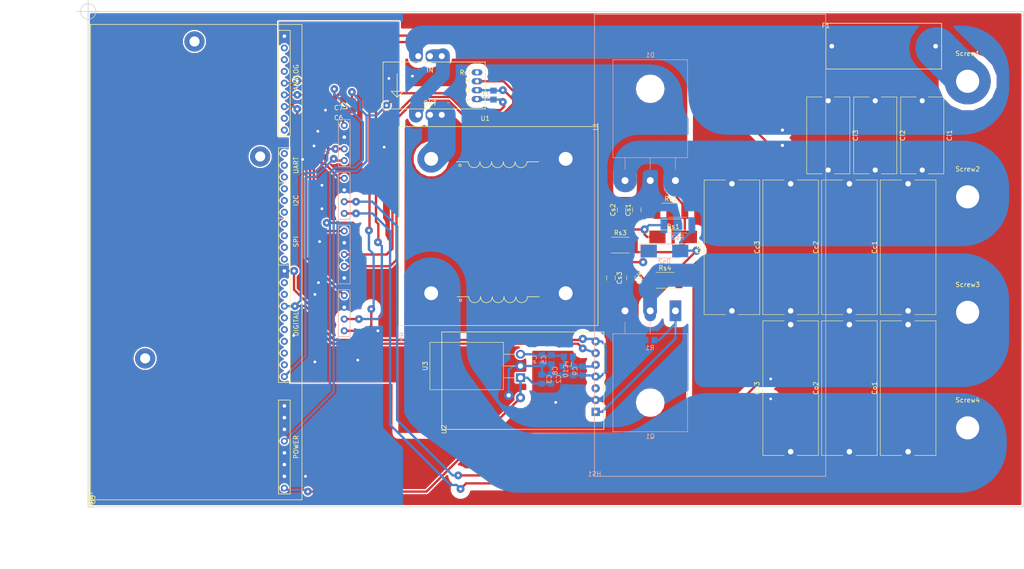
<source format=kicad_pcb>
(kicad_pcb (version 20171130) (host pcbnew "(5.0.0-rc2-dev-586-g888c43477)")
  (layers (0 F.Cu signal) (31 B.Cu signal) (34 B.Paste user) (35 F.Paste user) (36 B.SilkS user) (37 F.SilkS user) (38 B.Mask user) (39 F.Mask user) (44 Edge.Cuts user))
  (net 0 "")
  (net 1 "Net-(U1-Pad3)")
  (net 2 "Net-(U1-Pad10)")
  (net 3 +5V)
  (net 4 +12V)
  (net 5 "Net-(U5-Pad10)")
  (net 6 "Net-(U5-Pad11)")
  (net 7 "Net-(U5-Pad12)")
  (net 8 "Net-(U5-Pad13)")
  (net 9 "Net-(U5-Pad14)")
  (net 10 "Net-(U5-Pad16)")
  (net 11 "Net-(U5-Pad17)")
  (net 12 "Net-(U5-Pad19)")
  (net 13 "Net-(U5-Pad20)")
  (net 14 "Net-(U5-Pad21)")
  (net 15 "Net-(U5-Pad22)")
  (net 16 "Net-(U5-Pad23)")
  (net 17 "Net-(U5-Pad24)")
  (net 18 "Net-(U5-Pad25)")
  (net 19 "Net-(U5-Pad26)")
  (net 20 "Net-(U5-Pad27)")
  (net 21 "Net-(U5-Pad28)")
  (net 22 "Net-(U5-Pad29)")
  (net 23 "Net-(U5-Pad30)")
  (net 24 "Net-(U5-Pad34)")
  (net 25 "Net-(U5-Pad35)")
  (net 26 "Net-(U5-Pad36)")
  (net 27 GNDA)
  (net 28 +5VA)
  (net 29 "Net-(U2-Pad3)")
  (net 30 "Net-(Cs1-Pad1)")
  (net 31 "Net-(Cs2-Pad1)")
  (net 32 "Net-(Cs3-Pad1)")
  (net 33 "Net-(Cs4-Pad1)")
  (net 34 "Net-(C10-Pad1)")
  (net 35 "Net-(L1-Pad1)")
  (net 36 /-P_unfused)
  (net 37 /+Vp)
  (net 38 /-B)
  (net 39 /Source)
  (net 40 /Gate)
  (net 41 GND)
  (net 42 /+18V_OUT)
  (net 43 /Vbat_adc+)
  (net 44 /Vpanel_adc+)
  (net 45 /Ipanel_adc+)
  (net 46 /PWM)
  (net 47 /BatOVInterrupt)
  (net 48 /+B)
  (net 49 /Ipanel+)
  (net 50 /-Vp)
  (module MCCplaca:Signals (layer B.Cu) (at 152.908 80.264 90)
    (fp_text reference U4 (at 0 -0.5 90) (layer B.SilkS) (effects (justify mirror)))
    (fp_text value Signals_MCC)
    (pad 17 thru_hole circle (at 45.72 -12.7 90) (size 1.524 1.524) (drill 0.762) (layers *.Cu *.Mask) (net 28 +5VA))
    (pad 1 thru_hole circle (at 1.27 -12.7 90) (size 1.524 1.524) (drill 0.762) (layers *.Cu *.Mask) (net 50 /-Vp))
    (pad 2 thru_hole circle (at 3.81 -12.7 90) (size 1.524 1.524) (drill 0.762) (layers *.Cu *.Mask) (net 37 /+Vp))
    (pad 3 thru_hole circle (at 6.35 -12.7 90) (size 1.524 1.524) (drill 0.762) (layers *.Cu *.Mask) (net 27 GNDA))
    (pad 4 thru_hole circle (at 8.89 -12.7 90) (size 1.524 1.524) (drill 0.762) (layers *.Cu *.Mask) (net 44 /Vpanel_adc+))
    (pad 5 thru_hole circle (at 12.7 -12.7 90) (size 1.524 1.524) (drill 0.762) (layers *.Cu *.Mask) (net 27 GNDA))
    (pad 6 thru_hole circle (at 15.24 -12.7 90) (size 1.524 1.524) (drill 0.762) (layers *.Cu *.Mask) (net 49 /Ipanel+))
    (pad 7 thru_hole circle (at 17.78 -12.7 90) (size 1.524 1.524) (drill 0.762) (layers *.Cu *.Mask) (net 41 GND))
    (pad 8 thru_hole circle (at 20.32 -12.7 90) (size 1.524 1.524) (drill 0.762) (layers *.Cu *.Mask) (net 27 GNDA))
    (pad 9 thru_hole circle (at 22.86 -12.7 90) (size 1.524 1.524) (drill 0.762) (layers *.Cu *.Mask) (net 45 /Ipanel_adc+))
    (pad 10 thru_hole circle (at 26.67 -12.7 90) (size 1.524 1.524) (drill 0.762) (layers *.Cu *.Mask) (net 48 /+B))
    (pad 11 thru_hole circle (at 29.21 -12.7 90) (size 1.524 1.524) (drill 0.762) (layers *.Cu *.Mask) (net 38 /-B))
    (pad 12 thru_hole circle (at 31.75 -12.7 90) (size 1.524 1.524) (drill 0.762) (layers *.Cu *.Mask) (net 27 GNDA))
    (pad 13 thru_hole circle (at 34.29 -12.7 90) (size 1.524 1.524) (drill 0.762) (layers *.Cu *.Mask) (net 43 /Vbat_adc+))
    (pad 14 thru_hole circle (at 38.1 -12.7 90) (size 1.524 1.524) (drill 0.762) (layers *.Cu *.Mask) (net 47 /BatOVInterrupt))
    (pad 15 thru_hole circle (at 40.64 -12.7 90) (size 1.524 1.524) (drill 0.762) (layers *.Cu *.Mask) (net 46 /PWM))
    (pad 16 thru_hole circle (at 43.18 -12.7 90) (size 1.524 1.524) (drill 0.762) (layers *.Cu *.Mask) (net 27 GNDA))
  )
  (module MCCplaca:hs10425 (layer B.Cu) (at 194.31 110.49)
    (fp_text reference HS1 (at 0 -0.5) (layer B.SilkS) (effects (justify mirror)))
    (fp_text value Heatsink)
  )
  (module MCCplaca:TO-247-3_Horizontal_TabUp (layer B.Cu) (at 211.814 74.676 180)
    (fp_text reference Q1 (at 5.45 -27.15 180) (layer B.SilkS) (effects (justify mirror)))
    (fp_text value IRFP4321PbF)
    (pad "" np_thru_hole oval (at 5.45 -19.86 180) (size 3.6 3.6) (drill 3.6) (layers *.Cu *.Mask))
    (pad 1 thru_hole rect (at 0 0 180) (size 2.5 4.5) (drill 1.5) (layers *.Cu *.Mask) (net 40 /Gate))
    (pad 2 thru_hole oval (at 5.45 0 180) (size 2.5 4.5) (drill 1.5) (layers *.Cu *.Mask) (net 38 /-B))
    (pad 3 thru_hole oval (at 10.9 0 180) (size 2.5 4.5) (drill 1.5) (layers *.Cu *.Mask) (net 39 /Source))
  )
  (module MCCplaca:TO-247-3_Horizontal_TabUp (layer B.Cu) (at 200.914 46.482)
    (fp_text reference D1 (at 5.45 -27.15) (layer B.SilkS) (effects (justify mirror)))
    (fp_text value 80CPQ150PbF)
    (pad 3 thru_hole oval (at 10.9 0) (size 2.5 4.5) (drill 1.5) (layers *.Cu *.Mask) (net 37 /+Vp))
    (pad 2 thru_hole oval (at 5.45 0) (size 2.5 4.5) (drill 1.5) (layers *.Cu *.Mask) (net 39 /Source))
    (pad 1 thru_hole rect (at 0 0) (size 2.5 4.5) (drill 1.5) (layers *.Cu *.Mask) (net 37 /+Vp))
    (pad "" np_thru_hole oval (at 5.45 -19.86) (size 3.6 3.6) (drill 3.6) (layers *.Cu *.Mask))
  )
  (module "MCCplaca:Driver_(INEP)" (layer F.Cu) (at 161.29 100.33 90)
    (fp_text reference U2 (at 0 0.5 90) (layer F.SilkS))
    (fp_text value "DRIVER_(INEP)")
    (pad 2 thru_hole circle (at 6.35 33.274 270) (size 1.8 1.8) (drill 0.762) (layers *.Cu *.Mask) (net 39 /Source))
    (pad 1 thru_hole rect (at 3.81 33.274 270) (size 1.8 1.8) (drill 0.762) (layers *.Cu *.Mask) (net 40 /Gate))
    (pad 7 thru_hole circle (at 19.05 33.274 270) (size 1.8 1.8) (drill 0.762) (layers *.Cu *.Mask) (net 41 GND))
    (pad 3 thru_hole circle (at 8.89 33.274 270) (size 1.8 1.8) (drill 0.762) (layers *.Cu *.Mask) (net 29 "Net-(U2-Pad3)"))
    (pad 4 thru_hole circle (at 11.43 33.274 270) (size 1.8 1.8) (drill 0.762) (layers *.Cu *.Mask) (net 41 GND))
    (pad 6 thru_hole circle (at 16.51 33.274 270) (size 1.8 1.8) (drill 0.762) (layers *.Cu *.Mask) (net 46 /PWM))
    (pad 5 thru_hole circle (at 13.97 33.274 270) (size 1.8 1.8) (drill 0.762) (layers *.Cu *.Mask) (net 34 "Net-(C10-Pad1)"))
  )
  (module MCCplaca:LTSP_25-NP (layer F.Cu) (at 170.688 30.988 180)
    (fp_text reference U1 (at 0 -2.04 180) (layer F.SilkS))
    (fp_text value LTSP_25-NP)
    (fp_text user OUT (at 11.938 1.27 180) (layer F.SilkS))
    (fp_text user IN (at 11.938 8.382 180) (layer F.SilkS))
    (fp_text user Ref (at 4.318 7.874 180) (layer F.SilkS))
    (fp_text user M (at 3.81 6.096 180) (layer F.SilkS))
    (fp_text user O (at 3.81 4.064 180) (layer F.SilkS))
    (fp_text user + (at 3.81 2.032 180) (layer F.SilkS))
    (pad 5 thru_hole oval (at 11.938 11.43 180) (size 1.9 2.54) (drill 1.3) (layers *.Cu *.Mask) (net 1 "Net-(U1-Pad3)"))
    (pad 4 thru_hole oval (at 14.478 11.43 180) (size 1.9 2.54) (drill 1.3) (layers *.Cu *.Mask) (net 50 /-Vp))
    (pad 6 thru_hole oval (at 9.398 11.43 180) (size 1.9 2.54) (drill 1.3) (layers *.Cu *.Mask) (net 1 "Net-(U1-Pad3)"))
    (pad 7 thru_hole oval (at 1.778 2.1336) (size 2.3 1.3) (drill 0.8) (layers *.Cu *.Mask) (net 3 +5V))
    (pad 8 thru_hole oval (at 1.778 4.064) (size 2.3 1.3) (drill 0.8) (layers *.Cu *.Mask) (net 41 GND))
    (pad 9 thru_hole oval (at 1.778 5.9944) (size 2.3 1.3) (drill 0.8) (layers *.Cu *.Mask) (net 49 /Ipanel+))
    (pad 10 thru_hole oval (at 1.778 7.9248) (size 2.3 1.3) (drill 0.8) (layers *.Cu *.Mask) (net 2 "Net-(U1-Pad10)"))
    (pad 1 thru_hole oval (at 9.398 -1.27 180) (size 1.9 2.54) (drill 1.3) (layers *.Cu *.Mask) (net 35 "Net-(L1-Pad1)"))
    (pad 3 thru_hole oval (at 14.478 -1.27 180) (size 1.9 2.54) (drill 1.3) (layers *.Cu *.Mask) (net 1 "Net-(U1-Pad3)"))
    (pad 2 thru_hole oval (at 11.938 -1.27 180) (size 1.9 2.54) (drill 1.3) (layers *.Cu *.Mask) (net 35 "Net-(L1-Pad1)"))
  )
  (module MCCplaca:NEE-42-20-DE (layer F.Cu) (at 195.072 34.798 270)
    (fp_text reference L1 (at 0 0.5 270) (layer F.SilkS))
    (fp_text value 50uH/50uH)
    (pad 3 thru_hole circle (at 36.068 36.068 90) (size 5 5) (drill 3) (layers *.Cu *.Mask) (net 48 /+B))
    (pad 1 thru_hole circle (at 6.985 36.068) (size 5 5) (drill 3) (layers *.Cu *.Mask) (net 35 "Net-(L1-Pad1)"))
    (pad 4 thru_hole circle (at 36.068 6.985 180) (size 5 5) (drill 3) (layers *.Cu *.Mask) (net 39 /Source))
    (pad 2 thru_hole circle (at 6.985 6.985 270) (size 5 5) (drill 3) (layers *.Cu *.Mask) (net 39 /Source))
  )
  (module MCCplaca:ZCS18 (layer F.Cu) (at 85.344 115.57 90)
    (fp_text reference U5 (at 0 0.5 90) (layer F.SilkS))
    (fp_text value ZCS)
    (fp_text user ANALOG (at 91.44 44.45 90) (layer F.SilkS))
    (fp_text user UART (at 72.39 44.45 90) (layer F.SilkS))
    (fp_text user UART (at 0 0 90) (layer F.SilkS))
    (fp_text user I2C (at 64.77 44.45 90) (layer F.SilkS))
    (fp_text user SPI (at 55.88 44.45 90) (layer F.SilkS))
    (fp_text user SPI (at 0 0 90) (layer F.SilkS))
    (fp_text user DIGITAL (at 38.1 44.45 90) (layer F.SilkS))
    (fp_text user POWER (at 11.43 44.45 90) (layer F.SilkS))
    (pad 40 thru_hole circle (at 30.608 11.811 90) (size 4.4 4.4) (drill 2.2) (layers *.Cu *.Mask))
    (pad 39 thru_hole circle (at 99.187 22.479 90) (size 4.4 4.4) (drill 2.2) (layers *.Cu *.Mask))
    (pad 38 thru_hole circle (at 74.295 36.679274 90) (size 4.4 4.4) (drill 2.2) (layers *.Cu *.Mask))
    (pad 37 thru_hole circle (at 100.33 41.91 90) (size 1.524 1.524) (drill 0.762) (layers *.Cu *.Mask) (net 27 GNDA))
    (pad 36 thru_hole circle (at 97.79 41.91 90) (size 1.524 1.524) (drill 0.762) (layers *.Cu *.Mask) (net 26 "Net-(U5-Pad36)"))
    (pad 35 thru_hole circle (at 95.25 41.91 90) (size 1.524 1.524) (drill 0.762) (layers *.Cu *.Mask) (net 25 "Net-(U5-Pad35)"))
    (pad 34 thru_hole circle (at 92.71 41.91 90) (size 1.524 1.524) (drill 0.762) (layers *.Cu *.Mask) (net 24 "Net-(U5-Pad34)"))
    (pad 33 thru_hole circle (at 90.17 41.91 90) (size 1.524 1.524) (drill 0.762) (layers *.Cu *.Mask) (net 43 /Vbat_adc+))
    (pad 32 thru_hole circle (at 87.63 41.91 90) (size 1.524 1.524) (drill 0.762) (layers *.Cu *.Mask) (net 45 /Ipanel_adc+))
    (pad 31 thru_hole circle (at 85.09 41.91 90) (size 1.524 1.524) (drill 0.762) (layers *.Cu *.Mask) (net 44 /Vpanel_adc+))
    (pad 30 thru_hole circle (at 82.55 41.91 90) (size 1.524 1.524) (drill 0.762) (layers *.Cu *.Mask) (net 23 "Net-(U5-Pad30)"))
    (pad 29 thru_hole circle (at 80.01 41.91 90) (size 1.524 1.524) (drill 0.762) (layers *.Cu *.Mask) (net 22 "Net-(U5-Pad29)"))
    (pad 28 thru_hole circle (at 74.93 41.91 90) (size 1.524 1.524) (drill 0.762) (layers *.Cu *.Mask) (net 21 "Net-(U5-Pad28)"))
    (pad 27 thru_hole circle (at 72.39 41.91 90) (size 1.524 1.524) (drill 0.762) (layers *.Cu *.Mask) (net 20 "Net-(U5-Pad27)"))
    (pad 26 thru_hole circle (at 69.85 41.91 90) (size 1.524 1.524) (drill 0.762) (layers *.Cu *.Mask) (net 19 "Net-(U5-Pad26)"))
    (pad 25 thru_hole circle (at 67.31 41.91 90) (size 1.524 1.524) (drill 0.762) (layers *.Cu *.Mask) (net 18 "Net-(U5-Pad25)"))
    (pad 24 thru_hole circle (at 64.77 41.91 90) (size 1.524 1.524) (drill 0.762) (layers *.Cu *.Mask) (net 17 "Net-(U5-Pad24)"))
    (pad 23 thru_hole circle (at 62.23 41.91 90) (size 1.524 1.524) (drill 0.762) (layers *.Cu *.Mask) (net 16 "Net-(U5-Pad23)"))
    (pad 22 thru_hole circle (at 59.69 41.91 90) (size 1.524 1.524) (drill 0.762) (layers *.Cu *.Mask) (net 15 "Net-(U5-Pad22)"))
    (pad 21 thru_hole circle (at 57.15 41.91 90) (size 1.524 1.524) (drill 0.762) (layers *.Cu *.Mask) (net 14 "Net-(U5-Pad21)"))
    (pad 20 thru_hole circle (at 54.61 41.91 90) (size 1.524 1.524) (drill 0.762) (layers *.Cu *.Mask) (net 13 "Net-(U5-Pad20)"))
    (pad 19 thru_hole circle (at 52.07 41.91 90) (size 1.524 1.524) (drill 0.762) (layers *.Cu *.Mask) (net 12 "Net-(U5-Pad19)"))
    (pad 18 thru_hole circle (at 49.53 41.91 90) (size 1.524 1.524) (drill 0.762) (layers *.Cu *.Mask) (net 41 GND))
    (pad 17 thru_hole circle (at 46.99 41.91 90) (size 1.524 1.524) (drill 0.762) (layers *.Cu *.Mask) (net 11 "Net-(U5-Pad17)"))
    (pad 16 thru_hole circle (at 44.45 41.91 90) (size 1.524 1.524) (drill 0.762) (layers *.Cu *.Mask) (net 10 "Net-(U5-Pad16)"))
    (pad 15 thru_hole circle (at 41.91 41.91 90) (size 1.524 1.524) (drill 0.762) (layers *.Cu *.Mask) (net 46 /PWM))
    (pad 14 thru_hole circle (at 39.37 41.91 90) (size 1.524 1.524) (drill 0.762) (layers *.Cu *.Mask) (net 9 "Net-(U5-Pad14)"))
    (pad 13 thru_hole circle (at 36.83 41.91 90) (size 1.524 1.524) (drill 0.762) (layers *.Cu *.Mask) (net 8 "Net-(U5-Pad13)"))
    (pad 12 thru_hole circle (at 34.29 41.91 90) (size 1.524 1.524) (drill 0.762) (layers *.Cu *.Mask) (net 7 "Net-(U5-Pad12)"))
    (pad 11 thru_hole circle (at 31.75 41.91 90) (size 1.524 1.524) (drill 0.762) (layers *.Cu *.Mask) (net 6 "Net-(U5-Pad11)"))
    (pad 10 thru_hole circle (at 29.21 41.91 90) (size 1.524 1.524) (drill 0.762) (layers *.Cu *.Mask) (net 5 "Net-(U5-Pad10)"))
    (pad 9 thru_hole circle (at 26.67 41.91 90) (size 1.524 1.524) (drill 0.762) (layers *.Cu *.Mask) (net 47 /BatOVInterrupt))
    (pad 8 thru_hole circle (at 20.32 41.91 90) (size 1.524 1.524) (drill 0.762) (layers *.Cu *.Mask) (net 41 GND))
    (pad 7 thru_hole circle (at 17.78 41.91 90) (size 1.524 1.524) (drill 0.762) (layers *.Cu *.Mask) (net 41 GND))
    (pad 6 thru_hole circle (at 15.24 41.91 90) (size 1.524 1.524) (drill 0.762) (layers *.Cu *.Mask) (net 41 GND))
    (pad 5 thru_hole circle (at 12.7 41.91 90) (size 1.524 1.524) (drill 0.762) (layers *.Cu *.Mask) (net 3 +5V))
    (pad 4 thru_hole circle (at 10.16 41.91 90) (size 1.524 1.524) (drill 0.762) (layers *.Cu *.Mask) (net 41 GND))
    (pad 3 thru_hole circle (at 7.62 41.91 90) (size 1.524 1.524) (drill 0.762) (layers *.Cu *.Mask) (net 41 GND))
    (pad 2 thru_hole circle (at 5.08 41.91 90) (size 1.524 1.524) (drill 0.762) (layers *.Cu *.Mask) (net 41 GND))
    (pad 1 thru_hole circle (at 2.54 41.91 90) (size 1.524 1.524) (drill 0.762) (layers *.Cu *.Mask) (net 42 /+18V_OUT))
  )
  (module Capacitor_SMD:C_1206_3216Metric_Pad1.39x1.80mm_HandSolder (layer F.Cu) (at 202.184 67.564 270)
    (fp_text reference Cs4 (at 0 -1.85 270) (layer F.SilkS))
    (fp_text value ??)
    (pad 2 smd rect (at 1.5175 0 270) (size 1.395 1.8) (layers F.Cu F.Paste F.Mask) (net 39 /Source))
    (pad 1 smd rect (at -1.5175 0 270) (size 1.395 1.8) (layers F.Cu F.Paste F.Mask) (net 33 "Net-(Cs4-Pad1)"))
  )
  (module Capacitor_SMD:C_1206_3216Metric_Pad1.39x1.80mm_HandSolder (layer F.Cu) (at 197.866 67.5575 270)
    (fp_text reference Cs3 (at 0 -1.85 270) (layer F.SilkS))
    (fp_text value ??)
    (pad 1 smd rect (at -1.5175 0 270) (size 1.395 1.8) (layers F.Cu F.Paste F.Mask) (net 32 "Net-(Cs3-Pad1)"))
    (pad 2 smd rect (at 1.5175 0 270) (size 1.395 1.8) (layers F.Cu F.Paste F.Mask) (net 39 /Source))
  )
  (module Capacitor_SMD:C_1206_3216Metric_Pad1.39x1.80mm_HandSolder (layer F.Cu) (at 200.152 52.832 90)
    (fp_text reference Cs2 (at 0 -1.85 90) (layer F.SilkS))
    (fp_text value ??)
    (pad 2 smd rect (at 1.5175 0 90) (size 1.395 1.8) (layers F.Cu F.Paste F.Mask) (net 39 /Source))
    (pad 1 smd rect (at -1.5175 0 90) (size 1.395 1.8) (layers F.Cu F.Paste F.Mask) (net 31 "Net-(Cs2-Pad1)"))
  )
  (module Capacitor_SMD:C_1206_3216Metric_Pad1.39x1.80mm_HandSolder (layer F.Cu) (at 203.454 52.832 90)
    (fp_text reference Cs1 (at 0 -1.85 90) (layer F.SilkS))
    (fp_text value ??)
    (pad 1 smd rect (at -1.5175 0 90) (size 1.395 1.8) (layers F.Cu F.Paste F.Mask) (net 30 "Net-(Cs1-Pad1)"))
    (pad 2 smd rect (at 1.5175 0 90) (size 1.395 1.8) (layers F.Cu F.Paste F.Mask) (net 39 /Source))
  )
  (module MCC:C_0805_2012Metric_Pad1.29x1.40mm_HandSolder (layer B.Cu) (at 182.95874 85.23732 270)
    (fp_text reference C4 (at 0 1.65 270) (layer B.SilkS) (effects (justify mirror)))
    (fp_text value 100nF)
    (pad 1 smd rect (at -0.9675 0 270) (size 1.295 1.4) (layers B.Cu B.Paste B.Mask) (net 4 +12V))
    (pad 2 smd rect (at 0.9675 0 270) (size 1.295 1.4) (layers B.Cu B.Paste B.Mask) (net 41 GND))
  )
  (module Package_TO_SOT_THT:TO-220-3_Horizontal_TabDown (layer F.Cu) (at 178.308 89.154 90)
    (fp_text reference U3 (at 2.54 -20.58 90) (layer F.SilkS))
    (fp_text value LM7812_TO220)
    (pad 3 thru_hole oval (at 5.08 0 90) (size 1.905 2) (drill 1.1) (layers *.Cu *.Mask) (net 4 +12V))
    (pad 2 thru_hole oval (at 2.54 0 90) (size 1.905 2) (drill 1.1) (layers *.Cu *.Mask) (net 41 GND))
    (pad 1 thru_hole rect (at 0 0 90) (size 1.905 2) (drill 1.1) (layers *.Cu *.Mask) (net 42 /+18V_OUT))
    (pad "" smd oval (at 2.54 -16.66 90) (size 3.5 3.5) (layers F.Cu F.Paste F.Mask))
  )
  (module Capacitor_THT:C_Rect_L16.5mm_W9.2mm_P15.00mm_MKT (layer F.Cu) (at 255.016 29.21 270)
    (fp_text reference Ci2 (at 7.5 -5.91 270) (layer F.SilkS))
    (fp_text value 4.7uF)
    (pad 2 thru_hole circle (at 15 0 270) (size 2.2 2.2) (drill 1.1) (layers *.Cu *.Mask) (net 37 /+Vp))
    (pad 1 thru_hole circle (at 0 0 270) (size 2.2 2.2) (drill 1.1) (layers *.Cu *.Mask) (net 50 /-Vp))
  )
  (module Capacitor_THT:C_Rect_L16.5mm_W9.2mm_P15.00mm_MKT (layer F.Cu) (at 265.176 29.21 270)
    (fp_text reference Ci1 (at 7.5 -5.91 270) (layer F.SilkS))
    (fp_text value 4.7uF)
    (pad 2 thru_hole circle (at 15 0 270) (size 2.2 2.2) (drill 1.1) (layers *.Cu *.Mask) (net 37 /+Vp))
    (pad 1 thru_hole circle (at 0 0 270) (size 2.2 2.2) (drill 1.1) (layers *.Cu *.Mask) (net 50 /-Vp))
  )
  (module Capacitor_THT:C_Rect_L16.5mm_W9.2mm_P15.00mm_MKT (layer F.Cu) (at 244.856 29.21 270)
    (fp_text reference Ci3 (at 7.5 -5.91 270) (layer F.SilkS))
    (fp_text value 4.7uF)
    (pad 2 thru_hole circle (at 15 0 270) (size 2.2 2.2) (drill 1.1) (layers *.Cu *.Mask) (net 37 /+Vp))
    (pad 1 thru_hole circle (at 0 0 270) (size 2.2 2.2) (drill 1.1) (layers *.Cu *.Mask) (net 50 /-Vp))
  )
  (module Diode_SMD:D_MELF_Handsoldering (layer B.Cu) (at 209.452 61.722)
    (fp_text reference Ds2 (at 0 2.25) (layer B.SilkS) (effects (justify mirror)))
    (fp_text value BYD77)
    (pad 2 smd rect (at 3.4 0) (size 3.5 2.7) (layers B.Cu B.Paste B.Mask) (net 38 /-B))
    (pad 1 smd rect (at -3.4 0) (size 3.5 2.7) (layers B.Cu B.Paste B.Mask) (net 32 "Net-(Cs3-Pad1)"))
  )
  (module Diode_SMD:D_MELF_Handsoldering (layer F.Cu) (at 211.328 58.674)
    (fp_text reference Ds1 (at 0 -2.25) (layer F.SilkS))
    (fp_text value BYD77)
    (pad 2 smd rect (at 3.4 0) (size 3.5 2.7) (layers F.Cu F.Paste F.Mask) (net 37 /+Vp))
    (pad 1 smd rect (at -3.4 0) (size 3.5 2.7) (layers F.Cu F.Paste F.Mask) (net 31 "Net-(Cs2-Pad1)"))
  )
  (module Inductor_SMD:L_0805_2012Metric_Pad1.29x1.40mm_HandSolder (layer B.Cu) (at 188.6735 84.582)
    (fp_text reference L3 (at 0 1.65) (layer B.SilkS) (effects (justify mirror)))
    (fp_text value L_Small)
    (pad 2 smd rect (at 0.9675 0) (size 1.295 1.4) (layers B.Cu B.Paste B.Mask) (net 34 "Net-(C10-Pad1)"))
    (pad 1 smd rect (at -0.9675 0) (size 1.295 1.4) (layers B.Cu B.Paste B.Mask) (net 4 +12V))
  )
  (module Inductor_SMD:L_0805_2012Metric_Pad1.29x1.40mm_HandSolder (layer F.Cu) (at 141.986 30.3045 90)
    (fp_text reference L2 (at 0 -1.65 90) (layer F.SilkS))
    (fp_text value L_Small)
    (pad 2 smd rect (at 0.9675 0 90) (size 1.295 1.4) (layers F.Cu F.Paste F.Mask) (net 3 +5V))
    (pad 1 smd rect (at -0.9675 0 90) (size 1.295 1.4) (layers F.Cu F.Paste F.Mask) (net 28 +5VA))
  )
  (module Resistor_SMD:R_2512_6332Metric_Pad1.49x3.40mm_HandSolder (layer F.Cu) (at 209.55 68.072)
    (fp_text reference Rs4 (at 0 -2.65) (layer F.SilkS))
    (fp_text value ??)
    (pad 2 smd rect (at 3.0175 0) (size 1.495 3.4) (layers F.Cu F.Paste F.Mask) (net 38 /-B))
    (pad 1 smd rect (at -3.0175 0) (size 1.495 3.4) (layers F.Cu F.Paste F.Mask) (net 33 "Net-(Cs4-Pad1)"))
  )
  (module Resistor_SMD:R_2512_6332Metric_Pad1.49x3.40mm_HandSolder (layer F.Cu) (at 199.898 60.452)
    (fp_text reference Rs3 (at 0 -2.65) (layer F.SilkS))
    (fp_text value ??)
    (pad 2 smd rect (at 3.0175 0) (size 1.495 3.4) (layers F.Cu F.Paste F.Mask) (net 37 /+Vp))
    (pad 1 smd rect (at -3.0175 0) (size 1.495 3.4) (layers F.Cu F.Paste F.Mask) (net 32 "Net-(Cs3-Pad1)"))
  )
  (module Resistor_SMD:R_2512_6332Metric_Pad1.49x3.40mm_HandSolder (layer B.Cu) (at 212.344 56.134)
    (fp_text reference Rs2 (at 0 2.65) (layer B.SilkS) (effects (justify mirror)))
    (fp_text value ??)
    (pad 2 smd rect (at 3.0175 0) (size 1.495 3.4) (layers B.Cu B.Paste B.Mask) (net 38 /-B))
    (pad 1 smd rect (at -3.0175 0) (size 1.495 3.4) (layers B.Cu B.Paste B.Mask) (net 31 "Net-(Cs2-Pad1)"))
  )
  (module Resistor_SMD:R_2512_6332Metric_Pad1.49x3.40mm_HandSolder (layer F.Cu) (at 210.82 53.086)
    (fp_text reference Rs1 (at 0 -2.65) (layer F.SilkS))
    (fp_text value ??)
    (pad 2 smd rect (at 3.0175 0) (size 1.495 3.4) (layers F.Cu F.Paste F.Mask) (net 37 /+Vp))
    (pad 1 smd rect (at -3.0175 0) (size 1.495 3.4) (layers F.Cu F.Paste F.Mask) (net 30 "Net-(Cs1-Pad1)"))
  )
  (module MCC:C_0805_2012Metric_Pad1.29x1.40mm_HandSolder (layer B.Cu) (at 184.99836 85.26272 270)
    (fp_text reference C5 (at 0 1.65 270) (layer B.SilkS) (effects (justify mirror)))
    (fp_text value 10uF)
    (pad 2 smd rect (at 0.9675 0 270) (size 1.295 1.4) (layers B.Cu B.Paste B.Mask) (net 41 GND))
    (pad 1 smd rect (at -0.9675 0 270) (size 1.295 1.4) (layers B.Cu B.Paste B.Mask) (net 4 +12V))
  )
  (module MCC:C_0805_2012Metric_Pad1.29x1.40mm_HandSolder (layer B.Cu) (at 184.912 89.4565 90)
    (fp_text reference C2 (at 0 1.65 90) (layer B.SilkS) (effects (justify mirror)))
    (fp_text value 10uF)
    (pad 1 smd rect (at -0.9675 0 90) (size 1.295 1.4) (layers B.Cu B.Paste B.Mask) (net 42 /+18V_OUT))
    (pad 2 smd rect (at 0.9675 0 90) (size 1.295 1.4) (layers B.Cu B.Paste B.Mask) (net 41 GND))
  )
  (module MCC:C_0805_2012Metric_Pad1.29x1.40mm_HandSolder (layer B.Cu) (at 189.738 87.6785 270)
    (fp_text reference C10 (at 0 1.65 270) (layer B.SilkS) (effects (justify mirror)))
    (fp_text value 10uF)
    (pad 2 smd rect (at 0.9675 0 270) (size 1.295 1.4) (layers B.Cu B.Paste B.Mask) (net 41 GND))
    (pad 1 smd rect (at -0.9675 0 270) (size 1.295 1.4) (layers B.Cu B.Paste B.Mask) (net 34 "Net-(C10-Pad1)"))
  )
  (module MCC:C_0805_2012Metric_Pad1.29x1.40mm_HandSolder (layer F.Cu) (at 138.9865 31.242 180)
    (fp_text reference C6 (at 0 -1.65 180) (layer F.SilkS))
    (fp_text value 100nF)
    (pad 1 smd rect (at -0.9675 0 180) (size 1.295 1.4) (layers F.Cu F.Paste F.Mask) (net 28 +5VA))
    (pad 2 smd rect (at 0.9675 0 180) (size 1.295 1.4) (layers F.Cu F.Paste F.Mask) (net 27 GNDA))
  )
  (module MCC:C_0805_2012Metric_Pad1.29x1.40mm_HandSolder (layer F.Cu) (at 138.9865 29.083 180)
    (fp_text reference C7 (at 0 -1.65 180) (layer F.SilkS))
    (fp_text value 100nF)
    (pad 2 smd rect (at 0.9675 0 180) (size 1.295 1.4) (layers F.Cu F.Paste F.Mask) (net 41 GND))
    (pad 1 smd rect (at -0.9675 0 180) (size 1.295 1.4) (layers F.Cu F.Paste F.Mask) (net 3 +5V))
  )
  (module MCC:C_0805_2012Metric_Pad1.29x1.40mm_HandSolder (layer B.Cu) (at 187.452 87.63 270)
    (fp_text reference C8 (at 0 1.65 270) (layer B.SilkS) (effects (justify mirror)))
    (fp_text value 100nF)
    (pad 1 smd rect (at -0.9675 0 270) (size 1.295 1.4) (layers B.Cu B.Paste B.Mask) (net 4 +12V))
    (pad 2 smd rect (at 0.9675 0 270) (size 1.295 1.4) (layers B.Cu B.Paste B.Mask) (net 41 GND))
  )
  (module MCC:C_0805_2012Metric_Pad1.29x1.40mm_HandSolder (layer B.Cu) (at 191.77 87.6785 270)
    (fp_text reference C9 (at 0 1.65 270) (layer B.SilkS) (effects (justify mirror)))
    (fp_text value 100nF)
    (pad 2 smd rect (at 0.9675 0 270) (size 1.295 1.4) (layers B.Cu B.Paste B.Mask) (net 41 GND))
    (pad 1 smd rect (at -0.9675 0 270) (size 1.295 1.4) (layers B.Cu B.Paste B.Mask) (net 34 "Net-(C10-Pad1)"))
  )
  (module MCC:C_0805_2012Metric_Pad1.29x1.40mm_HandSolder (layer B.Cu) (at 172.466 27.9885 270)
    (fp_text reference C1 (at 0 1.65 270) (layer B.SilkS) (effects (justify mirror)))
    (fp_text value 100nF)
    (pad 2 smd rect (at 0.9675 0 270) (size 1.295 1.4) (layers B.Cu B.Paste B.Mask) (net 3 +5V))
    (pad 1 smd rect (at -0.9675 0 270) (size 1.295 1.4) (layers B.Cu B.Paste B.Mask) (net 41 GND))
  )
  (module MCC:C_0805_2012Metric_Pad1.29x1.40mm_HandSolder (layer B.Cu) (at 182.88 89.4565 90)
    (fp_text reference C3 (at 0 1.65 90) (layer B.SilkS) (effects (justify mirror)))
    (fp_text value 100nF)
    (pad 2 smd rect (at 0.9675 0 90) (size 1.295 1.4) (layers B.Cu B.Paste B.Mask) (net 41 GND))
    (pad 1 smd rect (at -0.9675 0 90) (size 1.295 1.4) (layers B.Cu B.Paste B.Mask) (net 42 /+18V_OUT))
  )
  (module MCC:C_Rect_L29.0mm_W11.9mm_P27.50mm_MKT (layer F.Cu) (at 249.428 105.156 90)
    (fp_text reference Co2 (at 13.75 -7.26 90) (layer F.SilkS))
    (fp_text value 4.7uF)
    (pad 2 thru_hole circle (at 27.5 0 90) (size 2.4 2.4) (drill 1.2) (layers *.Cu *.Mask) (net 38 /-B))
    (pad 1 thru_hole circle (at 0 0 90) (size 2.4 2.4) (drill 1.2) (layers *.Cu *.Mask) (net 48 /+B))
  )
  (module MCC:C_Rect_L29.0mm_W11.9mm_P27.50mm_MKT (layer F.Cu) (at 262.128 74.676 90)
    (fp_text reference Cc1 (at 13.75 -7.26 90) (layer F.SilkS))
    (fp_text value 6.8uF)
    (pad 1 thru_hole circle (at 0 0 90) (size 2.4 2.4) (drill 1.2) (layers *.Cu *.Mask) (net 38 /-B))
    (pad 2 thru_hole circle (at 27.5 0 90) (size 2.4 2.4) (drill 1.2) (layers *.Cu *.Mask) (net 37 /+Vp))
  )
  (module MCC:C_Rect_L29.0mm_W11.9mm_P27.50mm_MKT (layer F.Cu) (at 249.428 74.676 90)
    (fp_text reference Cc2 (at 13.75 -7.26 90) (layer F.SilkS))
    (fp_text value 6.8uF)
    (pad 2 thru_hole circle (at 27.5 0 90) (size 2.4 2.4) (drill 1.2) (layers *.Cu *.Mask) (net 37 /+Vp))
    (pad 1 thru_hole circle (at 0 0 90) (size 2.4 2.4) (drill 1.2) (layers *.Cu *.Mask) (net 38 /-B))
  )
  (module MCC:C_Rect_L29.0mm_W11.9mm_P27.50mm_MKT (layer F.Cu) (at 236.728 74.676 90)
    (fp_text reference Cc3 (at 13.75 -7.26 90) (layer F.SilkS))
    (fp_text value 6.8uF)
    (pad 1 thru_hole circle (at 0 0 90) (size 2.4 2.4) (drill 1.2) (layers *.Cu *.Mask) (net 38 /-B))
    (pad 2 thru_hole circle (at 27.5 0 90) (size 2.4 2.4) (drill 1.2) (layers *.Cu *.Mask) (net 37 /+Vp))
  )
  (module MCC:C_Rect_L29.0mm_W11.9mm_P27.50mm_MKT (layer F.Cu) (at 262.128 105.156 90)
    (fp_text reference Co1 (at 13.75 -7.26 90) (layer F.SilkS))
    (fp_text value 4.7uF)
    (pad 2 thru_hole circle (at 27.5 0 90) (size 2.4 2.4) (drill 1.2) (layers *.Cu *.Mask) (net 38 /-B))
    (pad 1 thru_hole circle (at 0 0 90) (size 2.4 2.4) (drill 1.2) (layers *.Cu *.Mask) (net 48 /+B))
  )
  (module MCC:C_Rect_L29.0mm_W11.9mm_P27.50mm_MKT (layer F.Cu) (at 224.028 74.676 90)
    (fp_text reference Cc4 (at 13.75 -7.26 90) (layer F.SilkS))
    (fp_text value 6.8uF)
    (pad 1 thru_hole circle (at 0 0 90) (size 2.4 2.4) (drill 1.2) (layers *.Cu *.Mask) (net 38 /-B))
    (pad 2 thru_hole circle (at 27.5 0 90) (size 2.4 2.4) (drill 1.2) (layers *.Cu *.Mask) (net 37 /+Vp))
  )
  (module MCC:C_Rect_L29.0mm_W11.9mm_P27.50mm_MKT (layer F.Cu) (at 236.728 105.156 90)
    (fp_text reference Co3 (at 13.75 -7.26 90) (layer F.SilkS))
    (fp_text value 4.7uF)
    (pad 2 thru_hole circle (at 27.5 0 90) (size 2.4 2.4) (drill 1.2) (layers *.Cu *.Mask) (net 38 /-B))
    (pad 1 thru_hole circle (at 0 0 90) (size 2.4 2.4) (drill 1.2) (layers *.Cu *.Mask) (net 48 /+B))
  )
  (module MCC:MountingHole_5mm_Pad (layer F.Cu) (at 275 100)
    (fp_text reference Screw4 (at 0 -6) (layer F.SilkS))
    (fp_text value +B)
    (pad 1 thru_hole circle (at 0 0) (size 10 10) (drill 5) (layers *.Cu *.Mask) (net 48 /+B))
  )
  (module MCC:MountingHole_5mm_Pad (layer F.Cu) (at 275 75)
    (fp_text reference Screw3 (at 0 -6) (layer F.SilkS))
    (fp_text value -B)
    (pad 1 thru_hole circle (at 0 0) (size 10 10) (drill 5) (layers *.Cu *.Mask) (net 38 /-B))
  )
  (module MCC:MountingHole_5mm_Pad (layer F.Cu) (at 275 50)
    (fp_text reference Screw2 (at 0 -6) (layer F.SilkS))
    (fp_text value +P)
    (pad 1 thru_hole circle (at 0 0) (size 10 10) (drill 5) (layers *.Cu *.Mask) (net 37 /+Vp))
  )
  (module MCC:MountingHole_5mm_Pad (layer F.Cu) (at 275 25)
    (fp_text reference Screw1 (at 0 -6) (layer F.SilkS))
    (fp_text value -P)
    (pad 1 thru_hole circle (at 0 0) (size 10 10) (drill 5) (layers *.Cu *.Mask) (net 36 /-P_unfused))
  )
  (module MCC:Porta_Fusivel (layer F.Cu) (at 244.348 12.446)
    (fp_text reference F1 (at 0 0.5) (layer F.SilkS))
    (fp_text value Fuse)
    (pad 2 thru_hole circle (at 23.7236 4.953 180) (size 3 3) (drill 1) (layers *.Cu *.Mask) (net 36 /-P_unfused))
    (pad 1 thru_hole circle (at 1.27 4.953) (size 3 3) (drill 1) (layers *.Cu *.Mask) (net 50 /-Vp))
  )
  (module MCC:R_0805_2012Metric_Pad1.29x1.40mm_HandSolder (layer B.Cu) (at 206.2965 81.026)
    (fp_text reference R1 (at 0 1.65) (layer B.SilkS) (effects (justify mirror)))
    (fp_text value 10k)
    (pad 2 smd rect (at 0.9675 0) (size 1.295 1.4) (layers B.Cu B.Paste B.Mask) (net 40 /Gate))
    (pad 1 smd rect (at -0.9675 0) (size 1.295 1.4) (layers B.Cu B.Paste B.Mask) (net 39 /Source))
  )
  (target plus (at 84.836 9.906) (size 5) (width 0.15) (layer Edge.Cuts))
  (gr_line (start 84.836 117.094) (end 84.836 9.906) (layer Edge.Cuts) (width 0.15))
  (gr_line (start 287.02 117.094) (end 84.836 117.094) (layer Edge.Cuts) (width 0.15))
  (gr_line (start 287.02 9.906) (end 287.02 117.094) (layer Edge.Cuts) (width 0.15))
  (gr_line (start 84.836 9.906) (end 287.02 9.906) (layer Edge.Cuts) (width 0.15))
  (segment (start 200.914 43.053) (end 203.581 40.386) (width 5) (layer B.Cu) (net 37))
  (segment (start 203.581 40.386) (end 209.296 40.386) (width 5) (layer B.Cu) (net 37))
  (segment (start 211.814 42.904) (end 211.814 46.482) (width 5) (layer B.Cu) (net 37))
  (segment (start 209.296 40.386) (end 211.814 42.904) (width 5) (layer B.Cu) (net 37))
  (segment (start 200.914 46.482) (end 200.914 43.053) (width 3) (layer B.Cu) (net 37))
  (segment (start 212.8215 47.4895) (end 211.814 46.482) (width 0.508) (layer F.Cu) (net 37))
  (segment (start 208.6102 66.87312) (end 206.3242 69.92112) (width 5) (layer B.Cu) (net 38))
  (segment (start 224.2312 74.5871) (end 216.6112 66.9671) (width 5) (layer B.Cu) (net 38))
  (segment (start 216.57818 66.95948) (end 208.57718 66.95948) (width 5) (layer B.Cu) (net 38))
  (segment (start 191.897 74.676) (end 188.087 70.866) (width 5) (layer B.Cu) (net 39))
  (segment (start 199.8345 74.68616) (end 190.8175 74.68616) (width 5) (layer B.Cu) (net 39))
  (segment (start 195.34632 52.8066) (end 202.858495 52.8066) (width 5) (layer B.Cu) (net 39))
  (segment (start 188.087 45.318533) (end 195.600467 52.832) (width 5) (layer B.Cu) (net 39))
  (segment (start 188.087 41.783) (end 188.087 45.318533) (width 5) (layer B.Cu) (net 39))
  (segment (start 188.087 41.783) (end 188.087 70.866) (width 9) (layer B.Cu) (net 39))
  (segment (start 211.814 77.434) (end 211.814 74.676) (width 0.508) (layer B.Cu) (net 40))
  (segment (start 211.814 80.678) (end 211.814 77.434) (width 0.508) (layer B.Cu) (net 40))
  (segment (start 195.972 96.52) (end 211.814 80.678) (width 0.508) (layer B.Cu) (net 40))
  (segment (start 194.564 96.52) (end 195.972 96.52) (width 0.508) (layer B.Cu) (net 40))
  (segment (start 178.659 86.263) (end 178.308 86.614) (width 0.508) (layer B.Cu) (net 41))
  (segment (start 189.6895 88.5975) (end 189.738 88.646) (width 0.508) (layer B.Cu) (net 41))
  (segment (start 187.452 88.5975) (end 189.6895 88.5975) (width 0.508) (layer B.Cu) (net 41))
  (segment (start 189.738 88.646) (end 191.77 88.646) (width 0.508) (layer B.Cu) (net 41))
  (segment (start 194.31 88.646) (end 194.564 88.9) (width 0.508) (layer B.Cu) (net 41))
  (segment (start 191.77 88.646) (end 194.31 88.646) (width 0.508) (layer B.Cu) (net 41))
  (segment (start 196.73316 87.80018) (end 195.46062 89.07272) (width 0.508) (layer B.Cu) (net 41))
  (segment (start 196.73316 82.176368) (end 196.73316 87.80018) (width 0.508) (layer B.Cu) (net 41))
  (segment (start 194.564 81.28) (end 195.836792 81.28) (width 0.508) (layer B.Cu) (net 41))
  (segment (start 195.836792 81.28) (end 196.73316 82.176368) (width 0.508) (layer B.Cu) (net 41))
  (segment (start 182.54956 86.614) (end 182.95874 86.20482) (width 0.508) (layer B.Cu) (net 41))
  (segment (start 178.308 86.614) (end 182.54956 86.614) (width 0.508) (layer B.Cu) (net 41))
  (segment (start 182.98414 86.23022) (end 182.95874 86.20482) (width 0.508) (layer B.Cu) (net 41))
  (segment (start 184.99836 86.23022) (end 182.98414 86.23022) (width 0.508) (layer B.Cu) (net 41))
  (segment (start 182.95874 88.41026) (end 182.88 88.489) (width 0.508) (layer B.Cu) (net 41))
  (segment (start 182.95874 86.20482) (end 182.95874 88.41026) (width 0.508) (layer B.Cu) (net 41))
  (segment (start 182.88 88.489) (end 184.912 88.489) (width 0.508) (layer B.Cu) (net 41))
  (segment (start 184.912 86.31658) (end 184.99836 86.23022) (width 0.508) (layer B.Cu) (net 41))
  (segment (start 184.912 88.489) (end 184.912 86.31658) (width 0.508) (layer B.Cu) (net 41))
  (segment (start 187.3435 88.489) (end 187.452 88.5975) (width 0.508) (layer B.Cu) (net 41))
  (segment (start 184.912 88.489) (end 187.3435 88.489) (width 0.508) (layer B.Cu) (net 41))
  (segment (start 178.308 89.154) (end 178.308 92.964) (width 0.508) (layer B.Cu) (net 42))
  (segment (start 178.308 93.06814) (end 178.32324 93.08338) (width 0.508) (layer B.Cu) (net 42))
  (segment (start 178.308 93.06814) (end 178.308 93.06814) (width 0.508) (layer B.Cu) (net 42))
  (segment (start 181.672 90.424) (end 182.88 90.424) (width 0.508) (layer B.Cu) (net 42))
  (segment (start 181.086 90.424) (end 181.672 90.424) (width 0.508) (layer B.Cu) (net 42))
  (segment (start 179.816 89.154) (end 181.086 90.424) (width 0.508) (layer B.Cu) (net 42))
  (segment (start 178.308 89.154) (end 179.816 89.154) (width 0.508) (layer B.Cu) (net 42))
  (segment (start 182.88 90.424) (end 184.912 90.424) (width 0.508) (layer B.Cu) (net 42))
  (segment (start 267.284 100) (end 267.284 100) (width 12) (layer B.Cu) (net 48))
  (segment (start 275 100) (end 267.284 100) (width 12) (layer B.Cu) (net 48))
  (segment (start 262.128 105.156) (end 249.428 105.156) (width 12) (layer B.Cu) (net 48))
  (segment (start 236.728 105.156) (end 249.428 105.156) (width 12) (layer B.Cu) (net 48))
  (segment (start 244.856 29.21) (end 255.016 29.21) (width 9) (layer B.Cu) (net 50))
  (segment (start 245.618 17.399) (end 244.094 16.256) (width 5) (layer B.Cu) (net 50))
  (segment (start 181.102 84.074) (end 181.356 84.328) (width 0.508) (layer B.Cu) (net 4))
  (segment (start 178.308 84.074) (end 181.102 84.074) (width 0.508) (layer B.Cu) (net 4))
  (segment (start 183.5935 84.328) (end 183.642 84.3765) (width 0.508) (layer B.Cu) (net 4))
  (segment (start 181.356 84.328) (end 183.5935 84.328) (width 0.508) (layer B.Cu) (net 4))
  (segment (start 187.5005 84.3765) (end 187.706 84.582) (width 0.508) (layer B.Cu) (net 4))
  (segment (start 183.642 84.3765) (end 187.5005 84.3765) (width 0.508) (layer B.Cu) (net 4))
  (segment (start 187.706 86.4085) (end 187.452 86.6625) (width 0.508) (layer B.Cu) (net 4))
  (segment (start 187.706 84.582) (end 187.706 86.4085) (width 0.508) (layer B.Cu) (net 4))
  (segment (start 138.019 31.242) (end 137.922 31.242) (width 0.508) (layer F.Cu) (net 27))
  (segment (start 137.922 31.242) (end 137.414 31.75) (width 0.508) (layer F.Cu) (net 27))
  (segment (start 140.208 29.337) (end 139.954 29.083) (width 0.508) (layer F.Cu) (net 3))
  (segment (start 141.986 29.337) (end 140.208 29.337) (width 0.508) (layer F.Cu) (net 3))
  (segment (start 141.956 31.242) (end 141.986 31.272) (width 0.508) (layer F.Cu) (net 28))
  (segment (start 139.954 31.242) (end 141.956 31.242) (width 0.508) (layer F.Cu) (net 28))
  (segment (start 189.641 86.614) (end 189.738 86.711) (width 0.508) (layer B.Cu) (net 34))
  (segment (start 189.641 84.582) (end 189.641 86.614) (width 0.508) (layer B.Cu) (net 34))
  (segment (start 189.738 86.711) (end 191.77 86.711) (width 0.508) (layer B.Cu) (net 34))
  (segment (start 194.213 86.711) (end 194.564 86.36) (width 0.508) (layer B.Cu) (net 34))
  (segment (start 191.77 86.711) (end 194.213 86.711) (width 0.508) (layer B.Cu) (net 34))
  (segment (start 161.29 39.497) (end 161.29 32.258) (width 6) (layer B.Cu) (net 35))
  (segment (start 159.004 41.783) (end 161.29 39.497) (width 6) (layer B.Cu) (net 35))
  (segment (start 155.702 30.988) (end 155.702 32.449079) (width 3) (layer B.Cu) (net 1))
  (segment (start 155.99519 29.12281) (end 155.99519 30.796921) (width 3) (layer B.Cu) (net 1))
  (segment (start 161.29 23.828) (end 155.99519 29.12281) (width 3) (layer B.Cu) (net 1))
  (segment (start 161.544 19.352) (end 161.544 23.622) (width 3) (layer B.Cu) (net 1))
  (segment (start 160.782 19.558) (end 159.46401 19.558) (width 3) (layer B.Cu) (net 1))
  (segment (start 169.0116 28.956) (end 168.91 28.8544) (width 0.508) (layer B.Cu) (net 3))
  (segment (start 172.466 28.956) (end 169.0116 28.956) (width 0.508) (layer B.Cu) (net 3))
  (segment (start 172.466 28.956) (end 173.99 28.956) (width 0.508) (layer B.Cu) (net 3))
  (segment (start 173.99 28.956) (end 174.244 29.21) (width 0.508) (layer B.Cu) (net 3))
  (segment (start 173.99 28.956) (end 173.99 28.956) (width 0.508) (layer B.Cu) (net 3))
  (via (at 174.498 29.464) (size 1.7) (drill 0.6) (layers F.Cu B.Cu) (net 3))
  (segment (start 142.24 29.083) (end 141.986 29.337) (width 0.508) (layer F.Cu) (net 3))
  (segment (start 145.034 32.385) (end 143.637 30.988) (width 0.508) (layer B.Cu) (net 3))
  (segment (start 143.637 30.988) (end 143.637 29.21) (width 0.508) (layer B.Cu) (net 3))
  (via (at 141.859 27.305) (size 1.7) (drill 0.6) (layers F.Cu B.Cu) (net 3))
  (segment (start 143.637 29.21) (end 141.859 27.432) (width 0.508) (layer B.Cu) (net 3))
  (segment (start 141.859 27.432) (end 141.859 27.305) (width 0.508) (layer B.Cu) (net 3))
  (segment (start 141.859 29.21) (end 141.986 29.337) (width 0.508) (layer F.Cu) (net 3))
  (segment (start 141.859 27.305) (end 141.859 29.21) (width 0.508) (layer F.Cu) (net 3))
  (segment (start 145.034 42.291) (end 145.034 32.385) (width 0.508) (layer B.Cu) (net 3))
  (segment (start 142.875 44.45) (end 145.034 42.291) (width 0.508) (layer B.Cu) (net 3))
  (segment (start 138.557 44.45) (end 142.875 44.45) (width 0.508) (layer B.Cu) (net 3))
  (segment (start 137.921999 45.085001) (end 138.557 44.45) (width 0.508) (layer B.Cu) (net 3))
  (segment (start 127.254 102.87) (end 137.921999 92.202001) (width 0.508) (layer B.Cu) (net 3))
  (segment (start 137.921999 92.202001) (end 137.921999 45.085001) (width 0.508) (layer B.Cu) (net 3))
  (segment (start 148.502001 31.075999) (end 149.352 30.226) (width 0.508) (layer B.Cu) (net 3))
  (segment (start 145.034 32.385) (end 147.193 32.385) (width 0.508) (layer B.Cu) (net 3))
  (segment (start 147.193 32.385) (end 148.502001 31.075999) (width 0.508) (layer B.Cu) (net 3))
  (via (at 149.352 30.226) (size 1.7) (drill 0.6) (layers F.Cu B.Cu) (net 3))
  (segment (start 174.244 29.21) (end 174.244 29.972) (width 0.508) (layer F.Cu) (net 3))
  (segment (start 149.352 30.226) (end 151.99362 27.58438) (width 0.508) (layer F.Cu) (net 3))
  (segment (start 163.487352 27.58438) (end 167.144972 31.242) (width 0.508) (layer F.Cu) (net 3))
  (segment (start 174.752 29.718) (end 174.498 29.464) (width 0.508) (layer F.Cu) (net 3))
  (segment (start 167.144972 31.242) (end 173.99 31.242) (width 0.508) (layer F.Cu) (net 3))
  (segment (start 173.99 31.242) (end 174.752 30.48) (width 0.508) (layer F.Cu) (net 3))
  (segment (start 151.99362 27.58438) (end 163.487352 27.58438) (width 0.508) (layer F.Cu) (net 3))
  (segment (start 174.752 30.48) (end 174.752 29.718) (width 0.508) (layer F.Cu) (net 3))
  (segment (start 139.797 37.495) (end 140.208 37.084) (width 0.508) (layer F.Cu) (net 27))
  (segment (start 127.254 15.24) (end 134.366 15.24) (width 0.508) (layer B.Cu) (net 27))
  (segment (start 134.366 15.24) (end 136.144 17.018) (width 0.508) (layer B.Cu) (net 27))
  (segment (start 137.922 31.339) (end 138.019 31.242) (width 0.508) (layer F.Cu) (net 27))
  (segment (start 138.019 31.242) (end 138.019 36.419) (width 0.508) (layer F.Cu) (net 27))
  (segment (start 138.684 37.084) (end 140.208 37.084) (width 0.508) (layer F.Cu) (net 27))
  (segment (start 138.019 36.419) (end 138.684 37.084) (width 0.508) (layer F.Cu) (net 27))
  (segment (start 136.144 17.018) (end 136.144 28.194) (width 0.508) (layer B.Cu) (net 27))
  (via (at 136.144 31.242) (size 1.7) (drill 0.6) (layers F.Cu B.Cu) (net 27))
  (segment (start 136.144 28.194) (end 136.144 31.242) (width 0.508) (layer B.Cu) (net 27))
  (segment (start 136.144 31.242) (end 138.019 31.242) (width 0.508) (layer F.Cu) (net 27))
  (segment (start 135.89 30.988) (end 136.144 31.242) (width 0.508) (layer F.Cu) (net 27))
  (segment (start 140.208 59.944) (end 139.954 59.944) (width 0.508) (layer F.Cu) (net 27))
  (via (at 131.191 41.91) (size 1.7) (drill 0.6) (layers F.Cu B.Cu) (net 27))
  (segment (start 131.191 43.112081) (end 131.191 41.91) (width 0.508) (layer F.Cu) (net 27))
  (segment (start 131.191 41.91) (end 133.668379 39.432621) (width 0.508) (layer B.Cu) (net 27))
  (segment (start 133.668379 39.432621) (end 133.668379 38.989) (width 0.508) (layer B.Cu) (net 27))
  (via (at 133.668379 38.989) (size 1.7) (drill 0.6) (layers F.Cu B.Cu) (net 27))
  (segment (start 140.208 73.914) (end 135.382 73.914) (width 0.508) (layer F.Cu) (net 27))
  (segment (start 131.191 69.723) (end 131.191 64.516) (width 0.508) (layer F.Cu) (net 27))
  (segment (start 135.382 73.914) (end 133.604 72.136) (width 0.508) (layer F.Cu) (net 27))
  (segment (start 131.191 64.897) (end 131.191 64.516) (width 0.508) (layer F.Cu) (net 27))
  (segment (start 131.191 64.516) (end 131.191 43.112081) (width 0.508) (layer F.Cu) (net 27))
  (segment (start 133.668379 40.191081) (end 133.668379 39.878) (width 0.508) (layer F.Cu) (net 27))
  (segment (start 133.668379 39.878) (end 133.668379 38.989) (width 0.508) (layer F.Cu) (net 27))
  (segment (start 135.889999 37.217483) (end 135.636 36.963484) (width 0.508) (layer F.Cu) (net 27))
  (segment (start 135.89 37.217484) (end 135.636 36.963484) (width 0.508) (layer F.Cu) (net 27))
  (segment (start 140.208 48.514) (end 135.30581 43.61181) (width 0.508) (layer F.Cu) (net 27))
  (segment (start 135.30581 43.61181) (end 135.30581 40.722676) (width 0.508) (layer F.Cu) (net 27))
  (segment (start 135.30581 40.722676) (end 135.889999 40.138487) (width 0.508) (layer F.Cu) (net 27))
  (segment (start 135.889999 40.138487) (end 135.889999 37.217483) (width 0.508) (layer F.Cu) (net 27))
  (via (at 134.493 35.814) (size 1.7) (drill 0.6) (layers F.Cu B.Cu) (net 27))
  (segment (start 135.636 36.957) (end 135.342999 36.663999) (width 0.508) (layer F.Cu) (net 27))
  (segment (start 136.144 31.242) (end 134.493 32.893) (width 0.508) (layer B.Cu) (net 27))
  (segment (start 133.668379 38.989) (end 133.668379 36.638621) (width 0.508) (layer B.Cu) (net 27))
  (segment (start 133.668379 36.638621) (end 134.493 35.814) (width 0.508) (layer B.Cu) (net 27))
  (segment (start 135.342999 36.663999) (end 134.493 35.814) (width 0.508) (layer F.Cu) (net 27))
  (segment (start 135.636 36.963484) (end 135.636 36.957) (width 0.508) (layer F.Cu) (net 27))
  (segment (start 134.493 34.611919) (end 134.493 35.814) (width 0.508) (layer B.Cu) (net 27))
  (segment (start 134.493 32.893) (end 134.493 34.611919) (width 0.508) (layer B.Cu) (net 27))
  (segment (start 141.28563 73.914) (end 142.367 72.83263) (width 0.508) (layer F.Cu) (net 27))
  (segment (start 140.208 73.914) (end 141.28563 73.914) (width 0.508) (layer F.Cu) (net 27))
  (segment (start 142.367 72.83263) (end 142.367 68.199) (width 0.508) (layer F.Cu) (net 27))
  (segment (start 141.732 67.564) (end 140.208 67.564) (width 0.508) (layer F.Cu) (net 27))
  (segment (start 142.367 68.199) (end 141.732 67.564) (width 0.508) (layer F.Cu) (net 27))
  (segment (start 133.604 72.136) (end 131.191 69.723) (width 0.508) (layer F.Cu) (net 27))
  (via (at 143.129 85.344) (size 1.7) (drill 0.6) (layers F.Cu B.Cu) (net 27))
  (via (at 133.858 85.725) (size 1.7) (drill 0.6) (layers F.Cu B.Cu) (net 27))
  (via (at 148.844 39.243) (size 1.7) (drill 0.6) (layers F.Cu B.Cu) (net 27))
  (via (at 149.86 24.384) (size 1.7) (drill 0.6) (layers F.Cu B.Cu) (net 27))
  (via (at 135.382 47.498) (size 1.7) (drill 0.6) (layers F.Cu B.Cu) (net 27))
  (via (at 135.382 52.578) (size 1.7) (drill 0.6) (layers F.Cu B.Cu) (net 27))
  (via (at 134.873998 59.69) (size 1.7) (drill 0.6) (layers F.Cu B.Cu) (net 27))
  (segment (start 140.208 59.944) (end 135.127998 59.944) (width 0.508) (layer F.Cu) (net 27))
  (segment (start 132.81662 57.632622) (end 134.023999 58.840001) (width 0.508) (layer F.Cu) (net 27))
  (segment (start 134.023999 58.840001) (end 134.873998 59.69) (width 0.508) (layer F.Cu) (net 27))
  (segment (start 132.81662 43.518892) (end 132.81662 57.632622) (width 0.508) (layer F.Cu) (net 27))
  (segment (start 133.668379 42.667133) (end 132.81662 43.518892) (width 0.508) (layer F.Cu) (net 27))
  (segment (start 133.668379 39.878) (end 133.668379 42.667133) (width 0.508) (layer F.Cu) (net 27))
  (segment (start 135.127998 59.944) (end 134.873998 59.69) (width 0.508) (layer F.Cu) (net 27))
  (via (at 134.62 68.58) (size 1.7) (drill 0.6) (layers F.Cu B.Cu) (net 27))
  (via (at 129.286 80.01) (size 1.7) (drill 0.6) (layers F.Cu B.Cu) (net 27))
  (via (at 147.48599 78.994) (size 1.7) (drill 0.6) (layers F.Cu B.Cu) (net 27))
  (via (at 133.858 71.12) (size 1.7) (drill 0.6) (layers F.Cu B.Cu) (net 27))
  (segment (start 139.954 34.29) (end 140.208 34.544) (width 0.508) (layer F.Cu) (net 28))
  (segment (start 139.954 31.242) (end 139.954 34.29) (width 0.508) (layer F.Cu) (net 28))
  (segment (start 140.208 34.544) (end 140.208 34.544) (width 0.508) (layer F.Cu) (net 28))
  (segment (start 140.208 34.544) (end 140.208 34.544) (width 0.508) (layer F.Cu) (net 28))
  (segment (start 206.539 54.3495) (end 207.8025 53.086) (width 0.508) (layer F.Cu) (net 30))
  (segment (start 203.454 54.3495) (end 206.539 54.3495) (width 0.508) (layer F.Cu) (net 30))
  (via (at 205.14461 57.067863) (size 1.8) (drill 0.7) (layers F.Cu B.Cu) (net 31))
  (segment (start 201.664863 57.067863) (end 203.871818 57.067863) (width 0.508) (layer F.Cu) (net 31))
  (segment (start 200.152 55.555) (end 201.664863 57.067863) (width 0.508) (layer F.Cu) (net 31))
  (segment (start 206.078473 56.134) (end 206.044609 56.167864) (width 0.508) (layer B.Cu) (net 31))
  (segment (start 203.871818 57.067863) (end 205.14461 57.067863) (width 0.508) (layer F.Cu) (net 31))
  (segment (start 207.928 58.674) (end 205.67 58.674) (width 0.508) (layer F.Cu) (net 31))
  (segment (start 205.67 58.674) (end 205.14461 58.14861) (width 0.508) (layer F.Cu) (net 31))
  (segment (start 200.152 54.3495) (end 200.152 55.555) (width 0.508) (layer F.Cu) (net 31))
  (segment (start 205.14461 58.14861) (end 205.14461 57.067863) (width 0.508) (layer F.Cu) (net 31))
  (segment (start 206.044609 56.167864) (end 205.14461 57.067863) (width 0.508) (layer B.Cu) (net 31))
  (segment (start 209.3265 56.134) (end 206.078473 56.134) (width 0.508) (layer B.Cu) (net 31))
  (via (at 204.822244 64.140393) (size 1.8) (drill 0.7) (layers F.Cu B.Cu) (net 32))
  (segment (start 199.968107 64.140393) (end 204.822244 64.140393) (width 0.508) (layer F.Cu) (net 32))
  (segment (start 197.866 66.04) (end 198.0685 66.04) (width 0.508) (layer F.Cu) (net 32))
  (segment (start 198.0685 66.04) (end 199.968107 64.140393) (width 0.508) (layer F.Cu) (net 32))
  (segment (start 204.822244 62.951756) (end 206.052 61.722) (width 0.508) (layer B.Cu) (net 32))
  (segment (start 204.822244 64.140393) (end 204.822244 62.951756) (width 0.508) (layer B.Cu) (net 32))
  (segment (start 198.760393 64.140393) (end 199.968107 64.140393) (width 0.508) (layer F.Cu) (net 32))
  (segment (start 197.3885 60.96) (end 197.3885 62.7685) (width 0.508) (layer F.Cu) (net 32))
  (segment (start 197.3885 62.7685) (end 198.760393 64.140393) (width 0.508) (layer F.Cu) (net 32))
  (segment (start 205.277 68.072) (end 206.5325 68.072) (width 0.508) (layer F.Cu) (net 33))
  (segment (start 202.184 66.0465) (end 203.2515 66.0465) (width 0.508) (layer F.Cu) (net 33))
  (segment (start 203.2515 66.0465) (end 205.277 68.072) (width 0.508) (layer F.Cu) (net 33))
  (segment (start 275 25) (end 275 24.3274) (width 9) (layer B.Cu) (net 36))
  (segment (start 275.1524 24.7084) (end 268.224 17.78) (width 9) (layer B.Cu) (net 36))
  (via (at 147.48599 59.817) (size 1.7) (drill 0.6) (layers F.Cu B.Cu) (net 37))
  (segment (start 140.208 76.454) (end 143.383 76.454) (width 0.508) (layer F.Cu) (net 37))
  (via (at 143.383 76.454) (size 1.7) (drill 0.6) (layers F.Cu B.Cu) (net 37))
  (segment (start 275 50) (end 222.847 50) (width 12) (layer B.Cu) (net 37))
  (segment (start 222.847 50) (end 221.323 50) (width 3) (layer B.Cu) (net 37))
  (segment (start 217.805 46.482) (end 211.814 46.482) (width 3) (layer B.Cu) (net 37))
  (segment (start 221.323 50) (end 217.805 46.482) (width 3) (layer B.Cu) (net 37))
  (segment (start 211.814 49.646) (end 211.814 46.482) (width 0.508) (layer F.Cu) (net 37))
  (segment (start 211.836 49.784) (end 211.814 49.646) (width 0.508) (layer F.Cu) (net 37))
  (segment (start 213.8375 53.086) (end 213.8375 52.1335) (width 0.508) (layer F.Cu) (net 37))
  (segment (start 213.8375 52.1335) (end 211.836 49.784) (width 0.508) (layer F.Cu) (net 37))
  (segment (start 148.335989 60.666999) (end 148.335989 75.649533) (width 0.508) (layer B.Cu) (net 37))
  (segment (start 147.48599 59.817) (end 148.335989 60.666999) (width 0.508) (layer B.Cu) (net 37))
  (segment (start 148.335989 75.649533) (end 147.531522 76.454) (width 0.508) (layer B.Cu) (net 37))
  (segment (start 147.531522 76.454) (end 144.585081 76.454) (width 0.508) (layer B.Cu) (net 37))
  (segment (start 144.585081 76.454) (end 143.383 76.454) (width 0.508) (layer B.Cu) (net 37))
  (segment (start 213.8375 58.0405) (end 213.8375 53.086) (width 0.508) (layer F.Cu) (net 37))
  (segment (start 211.836 61.976) (end 214.63 59.182) (width 0.508) (layer F.Cu) (net 37))
  (segment (start 203.155 61.976) (end 211.836 61.976) (width 0.508) (layer F.Cu) (net 37))
  (segment (start 214.63 59.182) (end 214.63 58.833) (width 0.508) (layer F.Cu) (net 37))
  (segment (start 214.63 58.833) (end 213.8375 58.0405) (width 0.508) (layer F.Cu) (net 37))
  (via (at 234.95 38.862) (size 1.8) (drill 0.7) (layers F.Cu B.Cu) (net 37))
  (segment (start 147.574 59.72899) (end 147.48599 59.817) (width 0.508) (layer F.Cu) (net 37))
  (segment (start 147.574 55.88) (end 147.574 59.72899) (width 0.508) (layer F.Cu) (net 37))
  (segment (start 232.308516 38.862) (end 209.956526 16.51001) (width 0.508) (layer F.Cu) (net 37))
  (segment (start 234.95 38.862) (end 232.308516 38.862) (width 0.508) (layer F.Cu) (net 37))
  (segment (start 151.739474 16.51001) (end 147.066 21.183484) (width 0.508) (layer F.Cu) (net 37))
  (segment (start 147.066 21.183484) (end 147.066 55.372) (width 0.508) (layer F.Cu) (net 37))
  (segment (start 209.956526 16.51001) (end 151.739474 16.51001) (width 0.508) (layer F.Cu) (net 37))
  (segment (start 147.066 55.372) (end 147.574 55.88) (width 0.508) (layer F.Cu) (net 37))
  (segment (start 206.3242 74.6362) (end 206.364 74.676) (width 3) (layer B.Cu) (net 38))
  (segment (start 206.3242 69.92112) (end 206.3242 74.6362) (width 3) (layer B.Cu) (net 38))
  (segment (start 275 75) (end 224.6441 75) (width 12) (layer B.Cu) (net 38))
  (via (at 164.846964 110.29038) (size 1.7) (drill 0.6) (layers F.Cu B.Cu) (net 38))
  (via (at 142.748 51.054) (size 1.7) (drill 0.6) (layers F.Cu B.Cu) (net 38))
  (segment (start 142.748 51.054) (end 140.208 51.054) (width 0.508) (layer F.Cu) (net 38))
  (via (at 216.379283 61.652379) (size 1.8) (drill 0.7) (layers F.Cu B.Cu) (net 38))
  (segment (start 212.5675 68.072) (end 212.5675 65.464162) (width 0.508) (layer F.Cu) (net 38))
  (segment (start 212.5675 65.464162) (end 216.379283 61.652379) (width 0.508) (layer F.Cu) (net 38))
  (segment (start 212.921621 61.652379) (end 212.852 61.722) (width 0.508) (layer B.Cu) (net 38))
  (segment (start 216.379283 61.652379) (end 212.921621 61.652379) (width 0.508) (layer B.Cu) (net 38))
  (segment (start 215.3615 57.3545) (end 215.3615 56.134) (width 0.508) (layer B.Cu) (net 38))
  (segment (start 212.852 61.722) (end 212.852 59.864) (width 0.508) (layer B.Cu) (net 38))
  (segment (start 212.852 59.864) (end 215.3615 57.3545) (width 0.508) (layer B.Cu) (net 38))
  (segment (start 206.364 73.02) (end 206.364 74.676) (width 0.508) (layer F.Cu) (net 38))
  (segment (start 212.5675 68.072) (end 211.312 68.072) (width 0.508) (layer F.Cu) (net 38))
  (segment (start 211.312 68.072) (end 206.364 73.02) (width 0.508) (layer F.Cu) (net 38))
  (segment (start 146.275912 51.054) (end 142.748 51.054) (width 0.508) (layer B.Cu) (net 38))
  (segment (start 151.638 56.416088) (end 146.275912 51.054) (width 0.508) (layer B.Cu) (net 38))
  (segment (start 159.258 105.918) (end 151.638 98.298) (width 0.508) (layer B.Cu) (net 38))
  (segment (start 163.644883 110.29038) (end 159.272503 105.918) (width 0.508) (layer B.Cu) (net 38))
  (segment (start 159.272503 105.918) (end 159.258 105.918) (width 0.508) (layer B.Cu) (net 38))
  (segment (start 164.846964 110.29038) (end 163.644883 110.29038) (width 0.508) (layer B.Cu) (net 38))
  (segment (start 151.638 98.298) (end 151.638 56.416088) (width 0.508) (layer B.Cu) (net 38))
  (via (at 232.41 89.408) (size 1.7) (drill 0.6) (layers F.Cu B.Cu) (net 38))
  (segment (start 164.846964 110.29038) (end 209.74962 110.29038) (width 0.508) (layer F.Cu) (net 38))
  (segment (start 209.74962 110.29038) (end 230.632 89.408) (width 0.508) (layer F.Cu) (net 38))
  (segment (start 231.207919 89.408) (end 232.41 89.408) (width 0.508) (layer F.Cu) (net 38))
  (segment (start 230.632 89.408) (end 231.207919 89.408) (width 0.508) (layer F.Cu) (net 38))
  (via (at 185.928 94.488) (size 1.7) (drill 0.6) (layers F.Cu B.Cu) (net 39))
  (segment (start 206.364 51.732) (end 206.364 46.482) (width 3) (layer B.Cu) (net 39))
  (segment (start 205.2894 52.8066) (end 206.364 51.732) (width 3) (layer B.Cu) (net 39))
  (segment (start 202.858495 52.8066) (end 205.2894 52.8066) (width 3) (layer B.Cu) (net 39))
  (via (at 154.94 23.876) (size 1.7) (drill 0.6) (layers F.Cu B.Cu) (net 39))
  (segment (start 199.634737 56.030358) (end 199.634737 74.486397) (width 6) (layer B.Cu) (net 39))
  (segment (start 203.6565 51.3145) (end 203.454 51.3145) (width 0.508) (layer F.Cu) (net 39))
  (segment (start 206.364 46.482) (end 206.364 48.607) (width 0.508) (layer F.Cu) (net 39))
  (segment (start 206.364 48.607) (end 203.6565 51.3145) (width 0.508) (layer F.Cu) (net 39))
  (segment (start 200.152 51.3145) (end 203.454 51.3145) (width 0.508) (layer F.Cu) (net 39))
  (segment (start 202.1775 69.075) (end 202.184 69.0815) (width 0.508) (layer F.Cu) (net 39))
  (segment (start 197.866 69.075) (end 202.1775 69.075) (width 0.508) (layer F.Cu) (net 39))
  (segment (start 200.914 70.3515) (end 202.184 69.0815) (width 0.508) (layer F.Cu) (net 39))
  (segment (start 200.914 74.676) (end 200.914 70.3515) (width 0.508) (layer F.Cu) (net 39))
  (segment (start 200.914 77.19314) (end 200.914 74.676) (width 0.508) (layer B.Cu) (net 39))
  (segment (start 200.914 88.138) (end 200.914 77.19314) (width 0.508) (layer B.Cu) (net 39))
  (segment (start 195.072 93.98) (end 195.187999 93.864001) (width 0.508) (layer B.Cu) (net 39))
  (segment (start 194.564 93.98) (end 195.072 93.98) (width 0.508) (layer B.Cu) (net 39))
  (segment (start 195.187999 93.864001) (end 195.727521 93.864001) (width 0.508) (layer B.Cu) (net 39))
  (segment (start 195.727521 93.864001) (end 196.988001 92.603521) (width 0.508) (layer B.Cu) (net 39))
  (segment (start 196.988001 92.603521) (end 196.988001 92.063999) (width 0.508) (layer B.Cu) (net 39))
  (segment (start 196.988001 92.063999) (end 200.914 88.138) (width 0.508) (layer B.Cu) (net 39))
  (segment (start 205.232 81.026) (end 205.329 81.026) (width 0.508) (layer B.Cu) (net 39))
  (segment (start 200.914 74.676) (end 200.914 76.708) (width 0.508) (layer B.Cu) (net 39))
  (segment (start 200.914 76.708) (end 205.232 81.026) (width 0.508) (layer B.Cu) (net 39))
  (segment (start 208.28 81.026) (end 207.264 81.026) (width 0.508) (layer B.Cu) (net 40))
  (segment (start 208.788 80.518) (end 208.28 81.026) (width 0.508) (layer B.Cu) (net 40))
  (segment (start 211.814 77.434) (end 210.762 78.486) (width 0.508) (layer B.Cu) (net 40))
  (segment (start 210.762 78.486) (end 208.788 80.518) (width 0.508) (layer B.Cu) (net 40))
  (segment (start 172.369 26.924) (end 172.466 27.021) (width 0.508) (layer B.Cu) (net 41))
  (segment (start 168.91 26.924) (end 172.369 26.924) (width 0.508) (layer B.Cu) (net 41))
  (segment (start 172.466 27.021) (end 174.147 27.021) (width 0.508) (layer B.Cu) (net 41))
  (segment (start 174.147 27.021) (end 174.482472 26.685528) (width 0.508) (layer B.Cu) (net 41))
  (segment (start 126.873 110.744) (end 126.746 110.871) (width 0.508) (layer B.Cu) (net 41))
  (segment (start 174.147 27.021) (end 174.147 27.021) (width 0.508) (layer B.Cu) (net 41))
  (via (at 174.498 26.924) (size 1.7) (drill 0.6) (layers F.Cu B.Cu) (net 41))
  (via (at 175.768 92.964) (size 2) (drill 0.9) (layers F.Cu B.Cu) (net 41))
  (segment (start 175.768 92.964) (end 175.768 87.376) (width 0.508) (layer B.Cu) (net 41))
  (segment (start 134.31519 112.97919) (end 157.651324 112.97919) (width 0.508) (layer F.Cu) (net 41))
  (segment (start 176.8 86.614) (end 178.308 86.614) (width 0.508) (layer B.Cu) (net 41))
  (segment (start 132.334 110.998) (end 134.31519 112.97919) (width 0.508) (layer F.Cu) (net 41))
  (segment (start 175.768 87.376) (end 176.8 86.614) (width 0.508) (layer B.Cu) (net 41))
  (segment (start 157.651324 112.97919) (end 175.768 94.862514) (width 0.508) (layer F.Cu) (net 41))
  (segment (start 175.768 94.862514) (end 175.768 92.964) (width 0.508) (layer F.Cu) (net 41))
  (segment (start 127.254 105.41) (end 127.254 107.95) (width 0.508) (layer B.Cu) (net 41))
  (segment (start 127.254 110.49) (end 127.254 107.95) (width 0.508) (layer B.Cu) (net 41))
  (segment (start 127.254 105.41) (end 125.73 103.886) (width 0.508) (layer B.Cu) (net 41))
  (segment (start 125.73 101.854) (end 127.254 100.33) (width 0.508) (layer B.Cu) (net 41))
  (segment (start 125.73 103.886) (end 125.73 101.854) (width 0.508) (layer B.Cu) (net 41))
  (segment (start 127.254 100.33) (end 127.254 97.79) (width 0.508) (layer B.Cu) (net 41))
  (segment (start 127.254 97.79) (end 127.254 95.25) (width 0.508) (layer B.Cu) (net 41))
  (via (at 131.826 110.49) (size 1.7) (drill 0.6) (layers F.Cu B.Cu) (net 41))
  (segment (start 132.334 110.998) (end 131.826 110.49) (width 0.508) (layer F.Cu) (net 41))
  (segment (start 131.826 110.49) (end 127.254 110.49) (width 0.508) (layer B.Cu) (net 41))
  (segment (start 137.892 29.21) (end 138.019 29.083) (width 0.508) (layer F.Cu) (net 41))
  (segment (start 137.892 28.956) (end 138.019 29.083) (width 0.508) (layer F.Cu) (net 41))
  (segment (start 137.922 28.986) (end 138.019 29.083) (width 0.508) (layer F.Cu) (net 41))
  (segment (start 137.62285 29.47915) (end 138.019 29.083) (width 0.508) (layer F.Cu) (net 41))
  (segment (start 127.254 100.33) (end 128.644514 100.33) (width 0.508) (layer B.Cu) (net 41))
  (segment (start 128.644514 100.33) (end 137.109189 91.865325) (width 0.508) (layer B.Cu) (net 41))
  (segment (start 137.109189 44.748325) (end 137.109191 44.748323) (width 0.508) (layer B.Cu) (net 41))
  (segment (start 137.109191 44.748323) (end 138.157713 43.699801) (width 0.508) (layer B.Cu) (net 41))
  (segment (start 138.220324 43.63719) (end 142.538324 43.63719) (width 0.508) (layer B.Cu) (net 41))
  (segment (start 138.157713 43.699801) (end 138.220324 43.63719) (width 0.508) (layer B.Cu) (net 41))
  (segment (start 142.538324 43.63719) (end 144.22119 41.954324) (width 0.508) (layer B.Cu) (net 41))
  (segment (start 144.22119 41.954324) (end 144.22119 33.85819) (width 0.508) (layer B.Cu) (net 41))
  (via (at 138.049 26.67) (size 1.7) (drill 0.6) (layers F.Cu B.Cu) (net 41))
  (segment (start 144.22119 33.85819) (end 138.049 27.686) (width 0.508) (layer B.Cu) (net 41))
  (segment (start 138.049 27.686) (end 138.049 26.67) (width 0.508) (layer B.Cu) (net 41))
  (segment (start 138.049 29.053) (end 138.019 29.083) (width 0.508) (layer F.Cu) (net 41))
  (segment (start 138.049 26.67) (end 138.049 29.053) (width 0.508) (layer F.Cu) (net 41))
  (via (at 136.398 55.626) (size 1.7) (drill 0.6) (layers F.Cu B.Cu) (net 41))
  (segment (start 137.109189 55.626) (end 136.398 55.626) (width 0.508) (layer B.Cu) (net 41))
  (segment (start 137.109189 55.626) (end 137.109189 44.748325) (width 0.508) (layer B.Cu) (net 41))
  (segment (start 137.109189 91.865325) (end 137.109189 55.626) (width 0.508) (layer B.Cu) (net 41))
  (segment (start 142.494 62.484) (end 140.208 62.484) (width 0.508) (layer F.Cu) (net 41))
  (segment (start 143.256 61.722) (end 142.494 62.484) (width 0.508) (layer F.Cu) (net 41))
  (segment (start 143.256 56.769) (end 143.256 61.722) (width 0.508) (layer F.Cu) (net 41))
  (segment (start 136.398 55.626) (end 142.113 55.626) (width 0.508) (layer F.Cu) (net 41))
  (segment (start 142.113 55.626) (end 143.256 56.769) (width 0.508) (layer F.Cu) (net 41))
  (segment (start 155.102546 28.39719) (end 150.622 32.877736) (width 0.508) (layer F.Cu) (net 41))
  (segment (start 163.150676 28.39719) (end 155.102546 28.39719) (width 0.508) (layer F.Cu) (net 41))
  (segment (start 166.960676 32.20719) (end 163.150676 28.39719) (width 0.508) (layer F.Cu) (net 41))
  (segment (start 176.73319 28.936246) (end 176.73319 29.889324) (width 0.508) (layer F.Cu) (net 41))
  (segment (start 176.73319 29.889324) (end 174.415324 32.20719) (width 0.508) (layer F.Cu) (net 41))
  (segment (start 174.482472 26.685528) (end 176.73319 28.936246) (width 0.508) (layer F.Cu) (net 41))
  (segment (start 174.415324 32.20719) (end 166.960676 32.20719) (width 0.508) (layer F.Cu) (net 41))
  (segment (start 150.622 32.877736) (end 150.622 61.214) (width 0.508) (layer F.Cu) (net 41))
  (segment (start 150.622 61.214) (end 149.352 62.484) (width 0.508) (layer F.Cu) (net 41))
  (segment (start 149.352 62.484) (end 142.494 62.484) (width 0.508) (layer F.Cu) (net 41))
  (via (at 129.3512 66.04) (size 1.8) (drill 0.7) (layers F.Cu B.Cu) (net 41))
  (segment (start 127.254 66.04) (end 129.3512 66.04) (width 0.508) (layer B.Cu) (net 41))
  (segment (start 129.3512 70.083416) (end 132.114974 72.84719) (width 0.508) (layer F.Cu) (net 41))
  (segment (start 129.3512 66.04) (end 129.3512 70.083416) (width 0.508) (layer F.Cu) (net 41))
  (segment (start 132.114974 72.84719) (end 132.162676 72.84719) (width 0.508) (layer F.Cu) (net 41))
  (segment (start 132.162676 72.84719) (end 135.94081 76.625324) (width 0.508) (layer F.Cu) (net 41))
  (segment (start 135.94081 76.625324) (end 135.94081 78.91133) (width 0.508) (layer F.Cu) (net 41))
  (segment (start 135.94081 78.91133) (end 137.98874 80.95926) (width 0.508) (layer F.Cu) (net 41))
  (segment (start 137.98874 80.95926) (end 138.00467 80.97519) (width 0.508) (layer F.Cu) (net 41))
  (via (at 191.774018 80.745089) (size 1.8) (drill 0.7) (layers F.Cu B.Cu) (net 41))
  (segment (start 138.00467 80.97519) (end 191.543917 80.97519) (width 0.508) (layer F.Cu) (net 41))
  (segment (start 191.543917 80.97519) (end 191.774018 80.745089) (width 0.508) (layer F.Cu) (net 41))
  (segment (start 194.029089 80.745089) (end 194.564 81.28) (width 0.508) (layer B.Cu) (net 41))
  (segment (start 191.774018 80.745089) (end 194.029089 80.745089) (width 0.508) (layer B.Cu) (net 41))
  (segment (start 126.873 113.538) (end 126.746 113.411) (width 0.508) (layer B.Cu) (net 42))
  (segment (start 178.308 92.964) (end 178.308 93.06814) (width 0.508) (layer B.Cu) (net 42))
  (segment (start 126.746 113.411) (end 131.953 113.411) (width 0.508) (layer B.Cu) (net 42))
  (segment (start 132.334 113.792) (end 133.748213 113.792) (width 0.508) (layer F.Cu) (net 42))
  (via (at 178.308 93.472) (size 2) (drill 0.9) (layers F.Cu B.Cu) (net 42))
  (segment (start 133.748213 113.792) (end 157.988 113.792) (width 0.508) (layer F.Cu) (net 42))
  (segment (start 157.988 113.792) (end 178.308 93.472) (width 0.508) (layer F.Cu) (net 42))
  (segment (start 178.308 93.472) (end 178.308 89.154) (width 0.508) (layer B.Cu) (net 42))
  (via (at 132.334 113.792) (size 1.7) (drill 0.6) (layers F.Cu B.Cu) (net 42))
  (segment (start 131.953 113.411) (end 132.334 113.792) (width 0.508) (layer B.Cu) (net 42))
  (via (at 130.047992 24.892) (size 1.7) (drill 0.6) (layers F.Cu B.Cu) (net 43))
  (segment (start 129.539992 25.4) (end 130.047992 24.892) (width 0.508) (layer B.Cu) (net 43))
  (segment (start 127.254 25.4) (end 129.539992 25.4) (width 0.508) (layer B.Cu) (net 43))
  (segment (start 131.572 24.892) (end 130.047992 24.892) (width 0.508) (layer F.Cu) (net 43))
  (segment (start 134.366 33.601974) (end 134.366 27.686) (width 0.508) (layer F.Cu) (net 43))
  (segment (start 139.13037 45.974) (end 136.11862 42.96225) (width 0.508) (layer F.Cu) (net 43))
  (segment (start 140.208 45.974) (end 139.13037 45.974) (width 0.508) (layer F.Cu) (net 43))
  (segment (start 136.11862 42.96225) (end 136.11862 41.059352) (width 0.508) (layer F.Cu) (net 43))
  (segment (start 134.366 27.686) (end 131.572 24.892) (width 0.508) (layer F.Cu) (net 43))
  (segment (start 136.11862 41.059352) (end 136.702809 40.475163) (width 0.508) (layer F.Cu) (net 43))
  (segment (start 136.702809 40.475163) (end 136.702809 35.938783) (width 0.508) (layer F.Cu) (net 43))
  (segment (start 136.702809 35.938783) (end 134.366 33.601974) (width 0.508) (layer F.Cu) (net 43))
  (via (at 130.047996 30.988) (size 1.7) (drill 0.6) (layers F.Cu B.Cu) (net 44))
  (segment (start 132.00381 63.16981) (end 132.00381 43.182216) (width 0.508) (layer F.Cu) (net 44))
  (segment (start 140.208 71.374) (end 132.00381 63.16981) (width 0.508) (layer F.Cu) (net 44))
  (segment (start 129.539996 30.48) (end 130.047996 30.988) (width 0.508) (layer B.Cu) (net 44))
  (segment (start 130.047996 37.391022) (end 130.047996 32.190081) (width 0.508) (layer F.Cu) (net 44))
  (segment (start 130.047996 32.190081) (end 130.047996 30.988) (width 0.508) (layer F.Cu) (net 44))
  (segment (start 127.254 30.48) (end 129.539996 30.48) (width 0.508) (layer B.Cu) (net 44))
  (segment (start 132.599801 39.942827) (end 130.047996 37.391022) (width 0.508) (layer F.Cu) (net 44))
  (segment (start 132.599801 42.586225) (end 132.599801 39.942827) (width 0.508) (layer F.Cu) (net 44))
  (segment (start 132.00381 43.182216) (end 132.599801 42.586225) (width 0.508) (layer F.Cu) (net 44))
  (segment (start 127.508 28.194) (end 127.254 27.94) (width 0.508) (layer B.Cu) (net 45))
  (via (at 130.048 27.94) (size 1.7) (drill 0.6) (layers F.Cu B.Cu) (net 45))
  (segment (start 130.048 27.94) (end 127.254 27.94) (width 0.508) (layer B.Cu) (net 45))
  (segment (start 132.588 36.83) (end 132.588 29.216486) (width 0.508) (layer F.Cu) (net 45))
  (segment (start 132.842 37.084) (end 132.588 36.83) (width 0.508) (layer F.Cu) (net 45))
  (segment (start 135.077189 39.801811) (end 135.077189 38.312784) (width 0.508) (layer F.Cu) (net 45))
  (segment (start 132.588 29.216486) (end 131.311514 27.94) (width 0.508) (layer F.Cu) (net 45))
  (segment (start 133.848405 37.084) (end 132.842 37.084) (width 0.508) (layer F.Cu) (net 45))
  (segment (start 135.255 57.404) (end 133.62943 55.77843) (width 0.508) (layer F.Cu) (net 45))
  (segment (start 135.077189 38.312784) (end 133.848405 37.084) (width 0.508) (layer F.Cu) (net 45))
  (segment (start 140.208 57.404) (end 135.255 57.404) (width 0.508) (layer F.Cu) (net 45))
  (segment (start 133.62943 55.77843) (end 133.62943 43.855568) (width 0.508) (layer F.Cu) (net 45))
  (segment (start 133.62943 43.855568) (end 134.493 42.991998) (width 0.508) (layer F.Cu) (net 45))
  (segment (start 134.493 42.991998) (end 134.493 40.386) (width 0.508) (layer F.Cu) (net 45))
  (segment (start 131.311514 27.94) (end 130.048 27.94) (width 0.508) (layer F.Cu) (net 45))
  (segment (start 134.493 40.386) (end 135.077189 39.801811) (width 0.508) (layer F.Cu) (net 45))
  (segment (start 194.564 83.82) (end 191.77 82.804) (width 0.508) (layer B.Cu) (net 46))
  (via (at 191.77 82.804) (size 1.7) (drill 0.6) (layers F.Cu B.Cu) (net 46))
  (segment (start 127.254 73.66) (end 129.539994 73.66) (width 0.508) (layer B.Cu) (net 46))
  (via (at 129.539994 73.66) (size 1.7) (drill 0.6) (layers F.Cu B.Cu) (net 46))
  (segment (start 140.208 39.624) (end 139.245026 39.624) (width 0.508) (layer F.Cu) (net 46))
  (via (at 138.3148 39.624) (size 1.7) (drill 0.6) (layers F.Cu B.Cu) (net 46))
  (segment (start 140.208 39.624) (end 138.3148 39.624) (width 0.508) (layer F.Cu) (net 46))
  (segment (start 137.112719 39.624) (end 138.3148 39.624) (width 0.508) (layer B.Cu) (net 46))
  (segment (start 136.513199 40.22352) (end 137.112719 39.624) (width 0.508) (layer B.Cu) (net 46))
  (segment (start 130.81 72.389994) (end 130.81 45.840514) (width 0.508) (layer B.Cu) (net 46))
  (segment (start 129.539994 73.66) (end 130.81 72.389994) (width 0.508) (layer B.Cu) (net 46))
  (segment (start 131.819514 44.831) (end 133.724514 44.831) (width 0.508) (layer B.Cu) (net 46))
  (segment (start 133.724514 44.831) (end 136.513199 42.042315) (width 0.508) (layer B.Cu) (net 46))
  (segment (start 130.81 45.840514) (end 131.819514 44.831) (width 0.508) (layer B.Cu) (net 46))
  (segment (start 136.513199 42.042315) (end 136.513199 40.22352) (width 0.508) (layer B.Cu) (net 46))
  (segment (start 190.754 81.788) (end 191.77 82.804) (width 0.508) (layer F.Cu) (net 46))
  (segment (start 137.667994 81.788) (end 190.754 81.788) (width 0.508) (layer F.Cu) (net 46))
  (segment (start 135.128 79.248006) (end 137.667994 81.788) (width 0.508) (layer F.Cu) (net 46))
  (segment (start 135.128 76.962) (end 135.128 79.248006) (width 0.508) (layer F.Cu) (net 46))
  (segment (start 129.539994 73.66) (end 131.826 73.66) (width 0.508) (layer F.Cu) (net 46))
  (segment (start 131.826 73.66) (end 135.128 76.962) (width 0.508) (layer F.Cu) (net 46))
  (segment (start 140.335 42.037) (end 140.208 42.164) (width 0.508) (layer F.Cu) (net 47))
  (via (at 137.922 41.783) (size 1.7) (drill 0.6) (layers F.Cu B.Cu) (net 47))
  (segment (start 140.208 42.164) (end 138.303 42.164) (width 0.508) (layer F.Cu) (net 47))
  (segment (start 138.303 42.164) (end 137.922 41.783) (width 0.508) (layer F.Cu) (net 47))
  (segment (start 133.985 45.72) (end 137.922 41.783) (width 0.508) (layer B.Cu) (net 47))
  (segment (start 132.08 45.72) (end 133.985 45.72) (width 0.508) (layer B.Cu) (net 47))
  (segment (start 131.826 45.974) (end 132.08 45.72) (width 0.508) (layer B.Cu) (net 47))
  (segment (start 131.826 84.328) (end 131.826 45.974) (width 0.508) (layer B.Cu) (net 47))
  (segment (start 127.254 88.9) (end 131.826 84.328) (width 0.508) (layer B.Cu) (net 47))
  (segment (start 267.284 100) (end 262.128 105.156) (width 12) (layer B.Cu) (net 48))
  (via (at 165.350917 113.217314) (size 1.7) (drill 0.6) (layers F.Cu B.Cu) (net 48))
  (via (at 142.748 53.594) (size 1.7) (drill 0.6) (layers F.Cu B.Cu) (net 48))
  (segment (start 142.748 53.594) (end 140.208 53.594) (width 0.508) (layer F.Cu) (net 48))
  (segment (start 174.498 108.458) (end 159.004 92.964) (width 9) (layer B.Cu) (net 48))
  (segment (start 159.004 92.964) (end 159.004 70.866) (width 9) (layer B.Cu) (net 48))
  (via (at 232.41 93.726) (size 1.7) (drill 0.6) (layers F.Cu B.Cu) (net 48))
  (segment (start 228.854 93.726) (end 232.41 93.726) (width 0.508) (layer F.Cu) (net 48))
  (segment (start 210.566 112.014) (end 228.854 93.726) (width 0.508) (layer F.Cu) (net 48))
  (segment (start 165.350917 113.217314) (end 166.554231 112.014) (width 0.508) (layer F.Cu) (net 48))
  (segment (start 166.554231 112.014) (end 210.566 112.014) (width 0.508) (layer F.Cu) (net 48))
  (segment (start 146.301428 53.594) (end 142.748 53.594) (width 0.508) (layer B.Cu) (net 48))
  (segment (start 150.114 57.406572) (end 146.301428 53.594) (width 0.508) (layer B.Cu) (net 48))
  (segment (start 150.114 99.314) (end 150.114 57.406572) (width 0.508) (layer B.Cu) (net 48))
  (segment (start 163.167315 112.367315) (end 150.114 99.314) (width 0.508) (layer B.Cu) (net 48))
  (segment (start 165.350917 113.217314) (end 164.500918 112.367315) (width 0.508) (layer B.Cu) (net 48))
  (segment (start 164.500918 112.367315) (end 163.167315 112.367315) (width 0.508) (layer B.Cu) (net 48))
  (segment (start 174.498 108.458) (end 208.788 108.458) (width 9) (layer B.Cu) (net 48))
  (segment (start 236.728 105.156) (end 213.021998 105.156) (width 12) (layer B.Cu) (net 48))
  (segment (start 166.624 33.02) (end 162.814 29.21) (width 0.508) (layer F.Cu) (net 49))
  (segment (start 168.91 24.9936) (end 174.652626 24.9936) (width 0.508) (layer F.Cu) (net 49))
  (segment (start 155.439222 29.21) (end 151.511 33.138222) (width 0.508) (layer F.Cu) (net 49))
  (segment (start 174.652626 24.9936) (end 177.546 27.886974) (width 0.508) (layer F.Cu) (net 49))
  (segment (start 177.546 27.886974) (end 177.546 30.226) (width 0.508) (layer F.Cu) (net 49))
  (segment (start 151.511 33.138222) (end 151.511 63.627) (width 0.508) (layer F.Cu) (net 49))
  (segment (start 162.814 29.21) (end 155.439222 29.21) (width 0.508) (layer F.Cu) (net 49))
  (segment (start 177.546 30.226) (end 174.752 33.02) (width 0.508) (layer F.Cu) (net 49))
  (segment (start 174.752 33.02) (end 166.624 33.02) (width 0.508) (layer F.Cu) (net 49))
  (segment (start 151.511 63.627) (end 150.114 65.024) (width 0.508) (layer F.Cu) (net 49))
  (segment (start 150.114 65.024) (end 140.208 65.024) (width 0.508) (layer F.Cu) (net 49))
  (segment (start 171.196 15.494) (end 157.734 15.494) (width 3) (layer B.Cu) (net 50))
  (segment (start 155.702 18.096921) (end 155.702 19.558) (width 3) (layer B.Cu) (net 50))
  (segment (start 155.702 17.23281) (end 155.702 18.096921) (width 3) (layer B.Cu) (net 50))
  (segment (start 157.48 15.494) (end 155.74119 17.23281) (width 3) (layer B.Cu) (net 50))
  (segment (start 156.21 19.558) (end 154.752 19.558) (width 0.508) (layer B.Cu) (net 50))
  (segment (start 265.176 29.21) (end 265.176 30.95801) (width 5) (layer B.Cu) (net 50))
  (segment (start 146.05 77.851) (end 146.05 74.99163) (width 0.508) (layer F.Cu) (net 50))
  (segment (start 140.208 78.994) (end 144.907 78.994) (width 0.508) (layer F.Cu) (net 50))
  (segment (start 144.907 78.994) (end 146.05 77.851) (width 0.508) (layer F.Cu) (net 50))
  (via (at 145.542 57.277) (size 1.7) (drill 0.6) (layers F.Cu B.Cu) (net 50))
  (segment (start 145.669 20.065999) (end 145.669 57.404) (width 0.508) (layer F.Cu) (net 50))
  (segment (start 145.669 57.404) (end 145.906656 57.404) (width 0.508) (layer F.Cu) (net 50))
  (segment (start 150.621999 15.113) (end 150.494999 15.24) (width 0.508) (layer F.Cu) (net 50))
  (segment (start 211.074 15.113) (end 150.621999 15.113) (width 0.508) (layer F.Cu) (net 50))
  (segment (start 150.494999 15.24) (end 145.669 20.065999) (width 0.508) (layer F.Cu) (net 50))
  (segment (start 255.016 29.21) (end 264.229999 29.21) (width 9) (layer B.Cu) (net 50))
  (segment (start 145.542 61.386532) (end 146.557979 62.402511) (width 0.508) (layer B.Cu) (net 50))
  (via (at 146.05 74.295) (size 1.7) (drill 0.6) (layers F.Cu B.Cu) (net 50))
  (segment (start 146.557979 62.402511) (end 146.557979 73.787021) (width 0.508) (layer B.Cu) (net 50))
  (segment (start 145.542 57.277) (end 145.542 61.386532) (width 0.508) (layer B.Cu) (net 50))
  (segment (start 146.557979 73.787021) (end 146.05 74.295) (width 0.508) (layer B.Cu) (net 50))
  (segment (start 244.856 29.21) (end 228.092 29.21) (width 9) (layer B.Cu) (net 50))
  (segment (start 216.154 16.764) (end 172.466 16.764) (width 6) (layer B.Cu) (net 50))
  (segment (start 228.092 29.21) (end 228.092 28.702) (width 6) (layer B.Cu) (net 50))
  (segment (start 228.092 28.702) (end 216.154 16.764) (width 6) (layer B.Cu) (net 50))
  (segment (start 245.618 28.448) (end 244.856 29.21) (width 9) (layer B.Cu) (net 50))
  (segment (start 245.618 17.7165) (end 245.618 28.7655) (width 9) (layer B.Cu) (net 50))
  (via (at 234.95 35.56) (size 1.8) (drill 0.7) (layers F.Cu B.Cu) (net 50))
  (segment (start 233.677208 35.56) (end 231.521 35.56) (width 0.508) (layer F.Cu) (net 50))
  (segment (start 234.95 35.56) (end 233.677208 35.56) (width 0.508) (layer F.Cu) (net 50))
  (segment (start 231.521 35.56) (end 211.074 15.113) (width 0.508) (layer F.Cu) (net 50))
  (zone (net 41) (net_name GND) (layer F.Cu) (connect_pads yes (clearance 0.3048)) (min_thickness 0.508) (fill yes (arc_segments 16) (thermal_gap 0.508) (thermal_bridge_width 0.508))
    (polygon (pts (xy 84.836 9.906) (xy 287.02 9.906) (xy 287.02 117.094) (xy 84.836 117.094) (xy 84.836 116.586)))
  )
  (zone (net 39) (net_name /Source) (layer B.Cu) (priority 1) (connect_pads yes (clearance 1.27)) (min_thickness 0.508) (fill yes (arc_segments 16) (thermal_gap 0.508) (thermal_bridge_width 0.508))
    (polygon (pts (xy 214.63 20.066) (xy 214.63 101.092) (xy 151.892 101.092) (xy 152.4 101.092) (xy 151.892 101.092) (xy 151.892 20.066)))
  )
  (zone (net 39) (net_name /Source) (layer F.Cu) (priority 1) (connect_pads yes (clearance 1.27)) (min_thickness 0.508) (fill yes (arc_segments 16) (thermal_gap 0.508) (thermal_bridge_width 0.508))
    (polygon (pts (xy 214.376 20.066) (xy 214.122 101.092) (xy 151.892 101.092) (xy 152.146 20.066)))
  )
  (zone (net 38) (net_name /-B) (layer B.Cu) (priority 3) (connect_pads yes (clearance 1.27)) (min_thickness 0.508) (fill yes (arc_segments 16) (thermal_gap 0.508) (thermal_bridge_width 0.508) (smoothing fillet) (radius 10.16))
    (polygon (pts (xy 283.972 91.186) (xy 215.9 91.186) (xy 215.9 87.122) (xy 215.9 69.596) (xy 215.9 69.342) (xy 215.9 62.23) (xy 223.012 62.23) (xy 283.972 62.23)))
  )
  (zone (net 50) (net_name /-Vp) (layer B.Cu) (priority 3) (connect_pads yes (clearance 1.27)) (min_thickness 0.508) (fill yes (arc_segments 16) (thermal_gap 0.508) (thermal_bridge_width 0.508) (smoothing fillet) (radius 10.16))
    (polygon (pts (xy 283.972 12.954) (xy 283.972 36.576) (xy 214.63 36.576) (xy 214.63 20.066) (xy 153.416 20.066) (xy 153.416 12.954)))
  )
  (zone (net 41) (net_name GND) (layer B.Cu) (connect_pads yes (clearance 0.3048)) (min_thickness 0.508) (fill yes (arc_segments 32) (thermal_gap 0.508) (thermal_bridge_width 0.508))
    (polygon (pts (xy 84.836 9.906) (xy 152.908 9.906) (xy 152.908 116.84) (xy 84.836 117.094)))
  )
  (zone (net 48) (net_name /+B) (layer B.Cu) (priority 2) (connect_pads yes (clearance 1.27)) (min_thickness 0.508) (fill yes (arc_segments 16) (thermal_gap 0.508) (thermal_bridge_width 0.508) (smoothing fillet) (radius 10.16))
    (polygon (pts (xy 283.464 92.456) (xy 283.464 114.046) (xy 174.625 114.046) (xy 152.4 98.044) (xy 152.4 63.119) (xy 165.354 63.119) (xy 165.354 85.979) (xy 176.53 101.219) (xy 201.93 101.092) (xy 215.9 92.456)))
  )
  (zone (net 27) (net_name GNDA) (layer F.Cu) (priority 2) (connect_pads yes (clearance 0.3048)) (min_thickness 0.508) (fill yes (arc_segments 16) (thermal_gap 0.508) (thermal_bridge_width 0.508))
    (polygon (pts (xy 125.984 13.97) (xy 125.984 36.83) (xy 128.524 36.83) (xy 128.524 90.17) (xy 151.892 90.17) (xy 152.019 34.671) (xy 152.146 34.671) (xy 152.146 20.447) (xy 152.146 12.065) (xy 125.984 12.065)))
  )
  (zone (net 27) (net_name GNDA) (layer B.Cu) (priority 2) (connect_pads yes (clearance 0.3048)) (min_thickness 0.508) (fill yes (arc_segments 16) (thermal_gap 0.508) (thermal_bridge_width 0.508))
    (polygon (pts (xy 125.984 13.97) (xy 125.984 36.83) (xy 128.524 36.83) (xy 128.524 90.17) (xy 152.146 90.17) (xy 152.146 12.192) (xy 152.146 12.065) (xy 125.984 12.065)))
  )
  (zone (net 41) (net_name GND) (layer F.Cu) (priority 6) (connect_pads yes (clearance 0.3048)) (min_thickness 0.508) (fill yes (arc_segments 16) (thermal_gap 0.508) (thermal_bridge_width 0.5334))
    (polygon (pts (xy 179.578 81.28) (xy 151.892 81.28) (xy 151.892 101.092) (xy 170.942 101.092) (xy 178.308 93.472) (xy 178.308 91.948) (xy 178.308 91.821) (xy 179.578 91.821)))
  )
  (zone (net 37) (net_name /+Vp) (layer B.Cu) (priority 2) (connect_pads yes (clearance 1.27)) (min_thickness 0.508) (fill yes (arc_segments 16) (thermal_gap 0.508) (thermal_bridge_width 0.508) (smoothing fillet) (radius 10.16))
    (polygon (pts (xy 283.972 37.846) (xy 198.374 37.846) (xy 198.374 49.022) (xy 203.454 49.022) (xy 203.454 44.196) (xy 204.724 42.926) (xy 208.28 42.926) (xy 209.296 43.942) (xy 209.296 48.514) (xy 211.074 50.038) (xy 213.106 50.038) (xy 215.9 60.706) (xy 283.972 60.706)))
  )
)
</source>
